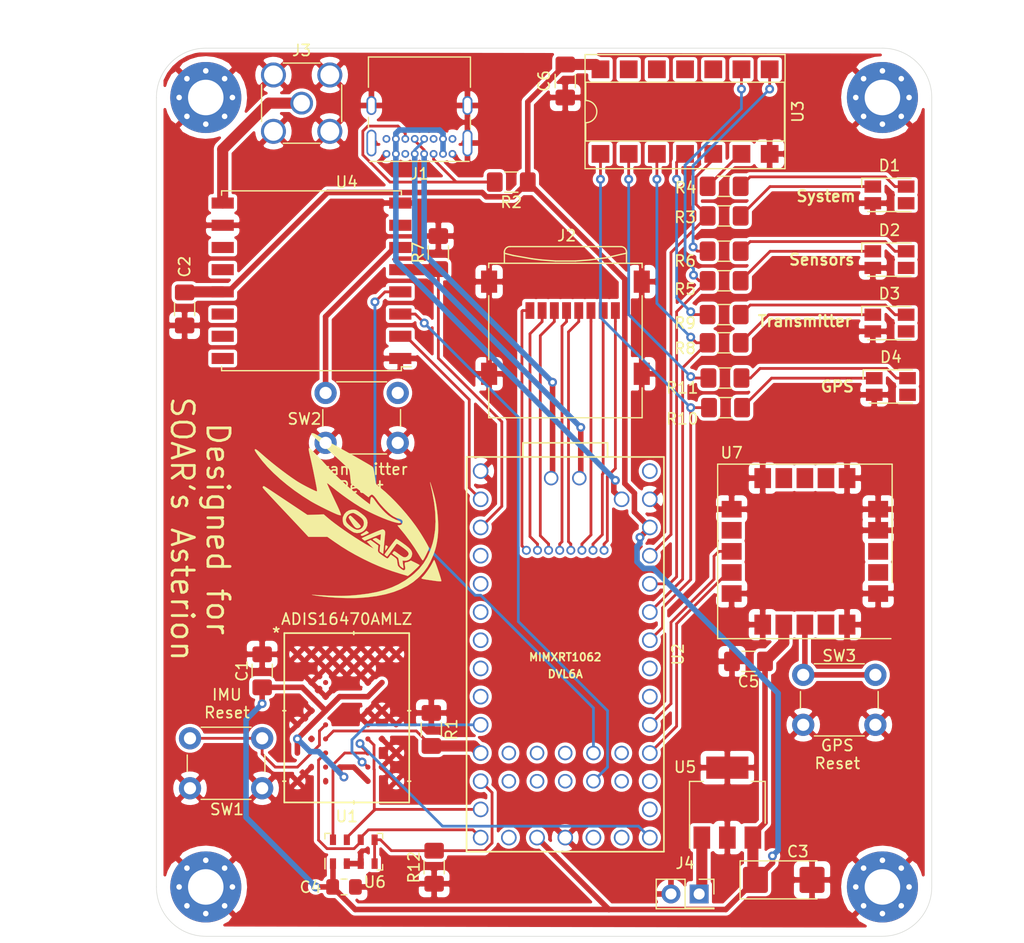
<source format=kicad_pcb>
(kicad_pcb (version 20171130) (host pcbnew 5.1.4)
  (layers (0 F.Cu signal) (31 B.Cu signal) (34 B.Paste user) (35 F.Paste user) (36 B.SilkS user) (37 F.SilkS user) (38 B.Mask user) (39 F.Mask user) (44 Edge.Cuts user))
  (net 0 "")
  (net 1 GND)
  (net 2 +3V3)
  (net 3 "Net-(SW1-Pad2)")
  (net 4 "Net-(SW2-Pad2)")
  (net 5 CS1:2)
  (net 6 SCK1)
  (net 7 MOSI1)
  (net 8 MISO1)
  (net 9 "Net-(U2-Pad18)")
  (net 10 "Net-(U2-Pad19)")
  (net 11 "Net-(U2-Pad15)")
  (net 12 "Net-(U2-Pad21)")
  (net 13 "Net-(U2-Pad22)")
  (net 14 "Net-(U2-Pad25)")
  (net 15 "Net-(U2-Pad26)")
  (net 16 CS1:1)
  (net 17 TX1)
  (net 18 RX1)
  (net 19 "Net-(U2-Pad8)")
  (net 20 MISO2)
  (net 21 MOSI2)
  (net 22 SCK2)
  (net 23 CS2)
  (net 24 "Net-(U2-Pad44)")
  (net 25 "Net-(U2-Pad43)")
  (net 26 "Net-(U2-Pad42)")
  (net 27 "Net-(U2-Pad41)")
  (net 28 "Net-(U2-Pad40)")
  (net 29 "Net-(U2-Pad39)")
  (net 30 "Net-(U2-Pad36)")
  (net 31 "Net-(U2-Pad35)")
  (net 32 SystemStatus)
  (net 33 SensorStatus)
  (net 34 TransmitterStatus)
  (net 35 GPSStatus)
  (net 36 SD_DAT1)
  (net 37 SD_DAT0)
  (net 38 SD_GND)
  (net 39 SD_CLK)
  (net 40 SD_3.3)
  (net 41 SD_CMD)
  (net 42 SD_DAT3)
  (net 43 SD_DAT2)
  (net 44 "Net-(U2-Pad33)")
  (net 45 +BATT)
  (net 46 "Net-(D1-Pad1)")
  (net 47 "Net-(D2-Pad1)")
  (net 48 "Net-(D3-Pad1)")
  (net 49 "Net-(D4-Pad1)")
  (net 50 "Net-(SW3-Pad2)")
  (net 51 IMU_DR)
  (net 52 "Net-(D1-Pad2)")
  (net 53 "Net-(D1-Pad3)")
  (net 54 "Net-(D2-Pad3)")
  (net 55 "Net-(D2-Pad2)")
  (net 56 "Net-(D3-Pad2)")
  (net 57 "Net-(D3-Pad3)")
  (net 58 "Net-(D4-Pad3)")
  (net 59 "Net-(D4-Pad2)")
  (net 60 V_USB)
  (net 61 USB_D+)
  (net 62 USB_D-)
  (net 63 "Net-(U1-PadC3)")
  (net 64 "Net-(U1-PadJ3)")
  (net 65 "Net-(J1-PadA5)")
  (net 66 "Net-(J1-PadA8)")
  (net 67 "Net-(J1-PadB8)")
  (net 68 "Net-(R4-Pad2)")
  (net 69 "Net-(R6-Pad2)")
  (net 70 "Net-(R9-Pad2)")
  (net 71 "Net-(R11-Pad2)")
  (net 72 "Net-(U4-Pad7)")
  (net 73 "Net-(U4-Pad11)")
  (net 74 "Net-(U4-Pad12)")
  (net 75 "Net-(U4-Pad14)")
  (net 76 "Net-(U4-Pad15)")
  (net 77 "Net-(U4-Pad16)")
  (net 78 "Net-(U7-Pad19)")
  (net 79 "Net-(U7-Pad12)")
  (net 80 "Net-(U7-Pad9)")
  (net 81 "Net-(U7-Pad8)")
  (net 82 "Net-(U7-Pad7)")
  (net 83 "Net-(U7-Pad3)")
  (net 84 "Net-(U7-Pad2)")
  (net 85 "Net-(U2-Pad9)")
  (net 86 "Net-(U2-Pad7)")
  (net 87 "Net-(U2-Pad6)")
  (net 88 "Net-(U2-Pad5)")
  (net 89 "Net-(U2-Pad4)")
  (net 90 "Net-(J3-Pad1)")
  (module footprints:logo (layer F.Cu) (at 36.322 114.3 270)
    (fp_text reference Ref** hide)
    (fp_text value Val** hide)
  )
  (module footprints:Teensy40 (layer F.Cu) (at 86.995 94.615 270)
    (fp_text reference U2 (at 0 -10.16 90) (layer F.SilkS))
    (fp_text value Teensy4.0)
    (fp_text user MIMXRT1062 (at 0.254 0) (layer F.SilkS) (effects (font (size 0.7 0.7))))
    (fp_text user DVL6A (at 1.778 0) (layer F.SilkS) (effects (font (size 0.7 0.7))))
    (pad 13 thru_hole circle (at 13.97 7.62 270) (size 1.404 1.404) (drill 1.1) (layers *.Cu *.Mask) (net 7 MOSI1))
    (pad 33 thru_hole circle (at -16.51 -7.62 270) (size 1.404 1.404) (drill 1.1) (layers *.Cu *.Mask) (net 44 "Net-(U2-Pad33)"))
    (pad 34 thru_hole circle (at -13.97 -5.08 270) (size 1.404 1.404) (drill 1.1) (layers *.Cu *.Mask) (net 60 V_USB))
    (pad 32 thru_hole circle (at -13.97 -7.62 270) (size 1.404 1.404) (drill 1.1) (layers *.Cu *.Mask) (net 1 GND))
    (pad 31 thru_hole circle (at -11.43 -7.62 270) (size 1.404 1.404) (drill 1.1) (layers *.Cu *.Mask) (net 2 +3V3))
    (pad 30 thru_hole circle (at -8.89 -7.62 270) (size 1.404 1.404) (drill 1.1) (layers *.Cu *.Mask) (net 32 SystemStatus))
    (pad 29 thru_hole circle (at -6.35 -7.62 270) (size 1.404 1.404) (drill 1.1) (layers *.Cu *.Mask) (net 33 SensorStatus))
    (pad 28 thru_hole circle (at -3.81 -7.62 270) (size 1.404 1.404) (drill 1.1) (layers *.Cu *.Mask) (net 34 TransmitterStatus))
    (pad 27 thru_hole circle (at -1.27 -7.62 270) (size 1.404 1.404) (drill 1.1) (layers *.Cu *.Mask) (net 35 GPSStatus))
    (pad 26 thru_hole circle (at 1.27 -7.62 270) (size 1.404 1.404) (drill 1.1) (layers *.Cu *.Mask) (net 15 "Net-(U2-Pad26)"))
    (pad 25 thru_hole circle (at 3.81 -7.62 270) (size 1.404 1.404) (drill 1.1) (layers *.Cu *.Mask) (net 14 "Net-(U2-Pad25)"))
    (pad 24 thru_hole circle (at 6.35 -7.62 270) (size 1.404 1.404) (drill 1.1) (layers *.Cu *.Mask) (net 17 TX1))
    (pad 23 thru_hole circle (at 8.89 -7.62 270) (size 1.404 1.404) (drill 1.1) (layers *.Cu *.Mask) (net 18 RX1))
    (pad 22 thru_hole circle (at 11.43 -7.62 270) (size 1.404 1.404) (drill 1.1) (layers *.Cu *.Mask) (net 13 "Net-(U2-Pad22)"))
    (pad 21 thru_hole circle (at 13.97 -7.62 270) (size 1.404 1.404) (drill 1.1) (layers *.Cu *.Mask) (net 12 "Net-(U2-Pad21)"))
    (pad 20 thru_hole circle (at 16.51 -7.62 270) (size 1.404 1.404) (drill 1.1) (layers *.Cu *.Mask) (net 6 SCK1))
    (pad 19 thru_hole circle (at 16.51 -5.08 270) (size 1.404 1.404) (drill 1.1) (layers *.Cu *.Mask) (net 10 "Net-(U2-Pad19)"))
    (pad 18 thru_hole circle (at 16.51 -2.54 270) (size 1.404 1.404) (drill 1.1) (layers *.Cu *.Mask) (net 9 "Net-(U2-Pad18)"))
    (pad 17 thru_hole circle (at 16.51 0 270) (size 1.404 1.404) (drill 1.1) (layers *.Cu *.Mask) (net 1 GND))
    (pad 16 thru_hole circle (at 16.51 2.54 270) (size 1.404 1.404) (drill 1.1) (layers *.Cu *.Mask) (net 2 +3V3))
    (pad 15 thru_hole circle (at 16.51 5.08 270) (size 1.404 1.404) (drill 1.1) (layers *.Cu *.Mask) (net 11 "Net-(U2-Pad15)"))
    (pad 14 thru_hole circle (at 16.51 7.62 270) (size 1.404 1.404) (drill 1.1) (layers *.Cu *.Mask) (net 8 MISO1))
    (pad 12 thru_hole circle (at 11.43 7.62 270) (size 1.404 1.404) (drill 1.1) (layers *.Cu *.Mask) (net 16 CS1:1))
    (pad 11 thru_hole circle (at 8.89 7.62 270) (size 1.404 1.404) (drill 1.1) (layers *.Cu *.Mask) (net 5 CS1:2))
    (pad 10 thru_hole circle (at 6.35 7.62 270) (size 1.404 1.404) (drill 1.1) (layers *.Cu *.Mask) (net 51 IMU_DR))
    (pad 9 thru_hole circle (at 3.81 7.62 270) (size 1.404 1.404) (drill 1.1) (layers *.Cu *.Mask) (net 85 "Net-(U2-Pad9)"))
    (pad 8 thru_hole circle (at 1.27 7.62 270) (size 1.404 1.404) (drill 1.1) (layers *.Cu *.Mask) (net 19 "Net-(U2-Pad8)"))
    (pad 7 thru_hole circle (at -1.27 7.62 270) (size 1.404 1.404) (drill 1.1) (layers *.Cu *.Mask) (net 86 "Net-(U2-Pad7)"))
    (pad 6 thru_hole circle (at -3.81 7.62 270) (size 1.404 1.404) (drill 1.1) (layers *.Cu *.Mask) (net 87 "Net-(U2-Pad6)"))
    (pad 5 thru_hole circle (at -6.35 7.62 270) (size 1.404 1.404) (drill 1.1) (layers *.Cu *.Mask) (net 88 "Net-(U2-Pad5)"))
    (pad 4 thru_hole circle (at -8.89 7.62 270) (size 1.404 1.404) (drill 1.1) (layers *.Cu *.Mask) (net 89 "Net-(U2-Pad4)"))
    (pad 3 thru_hole circle (at -11.43 7.62 270) (size 1.404 1.404) (drill 1.1) (layers *.Cu *.Mask) (net 23 CS2))
    (pad 54 thru_hole circle (at -15.875 1.27 270) (size 1.304 1.304) (drill 1) (layers *.Cu *.Mask) (net 61 USB_D+))
    (pad 53 thru_hole circle (at -15.875 -1.27 270) (size 1.304 1.304) (drill 1) (layers *.Cu *.Mask) (net 62 USB_D-))
    (pad 52 thru_hole circle (at -9.3716 3.5 270) (size 0.804 0.804) (drill 0.5) (layers *.Cu *.Mask) (net 43 SD_DAT2))
    (pad 51 thru_hole circle (at -9.3716 2.5 270) (size 0.804 0.804) (drill 0.5) (layers *.Cu *.Mask) (net 42 SD_DAT3))
    (pad 50 thru_hole circle (at -9.3716 1.5 270) (size 0.804 0.804) (drill 0.5) (layers *.Cu *.Mask) (net 41 SD_CMD))
    (pad 49 thru_hole circle (at -9.3716 0.5 270) (size 0.804 0.804) (drill 0.5) (layers *.Cu *.Mask) (net 40 SD_3.3))
    (pad 48 thru_hole circle (at -9.3716 -0.5 270) (size 0.804 0.804) (drill 0.5) (layers *.Cu *.Mask) (net 39 SD_CLK))
    (pad 47 thru_hole circle (at -9.3716 -1.5 270) (size 0.804 0.804) (drill 0.5) (layers *.Cu *.Mask) (net 38 SD_GND))
    (pad 46 thru_hole circle (at -9.3716 -2.5 270) (size 0.804 0.804) (drill 0.5) (layers *.Cu *.Mask) (net 37 SD_DAT0))
    (pad 45 thru_hole circle (at -9.3716 -3.5 270) (size 0.804 0.804) (drill 0.5) (layers *.Cu *.Mask) (net 36 SD_DAT1))
    (pad 44 thru_hole circle (at 8.89 5.08 270) (size 1.304 1.304) (drill 1) (layers *.Cu *.Mask) (net 24 "Net-(U2-Pad44)"))
    (pad 43 thru_hole circle (at 11.43 5.08 270) (size 1.304 1.304) (drill 1) (layers *.Cu *.Mask) (net 25 "Net-(U2-Pad43)"))
    (pad 42 thru_hole circle (at 8.89 2.54 270) (size 1.304 1.304) (drill 1) (layers *.Cu *.Mask) (net 26 "Net-(U2-Pad42)"))
    (pad 41 thru_hole circle (at 11.43 2.54 270) (size 1.304 1.304) (drill 1) (layers *.Cu *.Mask) (net 27 "Net-(U2-Pad41)"))
    (pad 40 thru_hole circle (at 8.89 0 270) (size 1.304 1.304) (drill 1) (layers *.Cu *.Mask) (net 28 "Net-(U2-Pad40)"))
    (pad 39 thru_hole circle (at 11.43 0 270) (size 1.304 1.304) (drill 1) (layers *.Cu *.Mask) (net 29 "Net-(U2-Pad39)"))
    (pad 38 thru_hole circle (at 8.89 -2.54 270) (size 1.304 1.304) (drill 1) (layers *.Cu *.Mask) (net 22 SCK2))
    (pad 37 thru_hole circle (at 11.43 -2.54 270) (size 1.304 1.304) (drill 1) (layers *.Cu *.Mask) (net 21 MOSI2))
    (pad 36 thru_hole circle (at 8.89 -5.08 270) (size 1.304 1.304) (drill 1) (layers *.Cu *.Mask) (net 30 "Net-(U2-Pad36)"))
    (pad 35 thru_hole circle (at 11.43 -5.08 270) (size 1.304 1.304) (drill 1) (layers *.Cu *.Mask) (net 31 "Net-(U2-Pad35)"))
    (pad 2 thru_hole circle (at -13.97 7.62 270) (size 1.404 1.404) (drill 1.1) (layers *.Cu *.Mask) (net 20 MISO2))
    (pad 1 thru_hole circle (at -16.51 7.62 270) (size 1.404 1.404) (drill 1.1) (layers *.Cu *.Mask) (net 1 GND))
  )
  (module Capacitor_Tantalum_SMD:CP_EIA-6032-15_Kemet-U_Pad2.25x2.35mm_HandSolder (layer F.Cu) (at 106.68 114.935)
    (fp_text reference C3 (at 1.27 -2.55) (layer F.SilkS))
    (fp_text value 3.3uF)
    (pad 1 smd roundrect (at -2.55 0) (size 2.25 2.35) (layers F.Cu F.Paste F.Mask) (roundrect_rratio 0.111111) (net 2 +3V3))
    (pad 2 smd roundrect (at 2.55 0) (size 2.25 2.35) (layers F.Cu F.Paste F.Mask) (roundrect_rratio 0.111111) (net 1 GND))
  )
  (module Button_Switch_THT:SW_PUSH_6mm (layer F.Cu) (at 59.69 106.68 180)
    (fp_text reference SW1 (at 3.175 -1.905 180) (layer F.SilkS))
    (fp_text value SW_Push)
    (pad 2 thru_hole circle (at 0 4.5 270) (size 2 2) (drill 1.1) (layers *.Cu *.Mask) (net 3 "Net-(SW1-Pad2)"))
    (pad 1 thru_hole circle (at 0 0 270) (size 2 2) (drill 1.1) (layers *.Cu *.Mask) (net 1 GND))
    (pad 2 thru_hole circle (at 6.5 4.5 270) (size 2 2) (drill 1.1) (layers *.Cu *.Mask) (net 3 "Net-(SW1-Pad2)"))
    (pad 1 thru_hole circle (at 6.5 0 270) (size 2 2) (drill 1.1) (layers *.Cu *.Mask) (net 1 GND))
  )
  (module Connector_Card:microSD_HC_Wuerth_693072010801 (layer F.Cu) (at 87.012 65.192)
    (fp_text reference J2 (at 0.11 -8.296) (layer F.SilkS))
    (fp_text value Micro_SD_Card)
    (pad 9 smd rect (at 6.875 -4.15) (size 1.45 2) (layers F.Cu F.Paste F.Mask) (net 1 GND))
    (pad 9 smd rect (at -6.875 -4.15) (size 1.45 2) (layers F.Cu F.Paste F.Mask) (net 1 GND))
    (pad 9 smd rect (at -6.875 4.15) (size 1.45 2) (layers F.Cu F.Paste F.Mask) (net 1 GND))
    (pad 9 smd rect (at 6.875 4.15) (size 1.45 2) (layers F.Cu F.Paste F.Mask) (net 1 GND))
    (pad 8 smd rect (at 4.5 -1.55) (size 0.8 1.5) (layers F.Cu F.Paste F.Mask) (net 36 SD_DAT1))
    (pad 7 smd rect (at 3.4 -1.55) (size 0.8 1.5) (layers F.Cu F.Paste F.Mask) (net 37 SD_DAT0))
    (pad 6 smd rect (at 2.3 -1.55) (size 0.8 1.5) (layers F.Cu F.Paste F.Mask) (net 38 SD_GND))
    (pad 5 smd rect (at 1.2 -1.55) (size 0.8 1.5) (layers F.Cu F.Paste F.Mask) (net 39 SD_CLK))
    (pad 4 smd rect (at 0.1 -1.55) (size 0.8 1.5) (layers F.Cu F.Paste F.Mask) (net 40 SD_3.3))
    (pad 3 smd rect (at -1 -1.55) (size 0.8 1.5) (layers F.Cu F.Paste F.Mask) (net 41 SD_CMD))
    (pad 2 smd rect (at -2.1 -1.55) (size 0.8 1.5) (layers F.Cu F.Paste F.Mask) (net 42 SD_DAT3))
    (pad 1 smd rect (at -3.2 -1.55) (size 0.8 1.5) (layers F.Cu F.Paste F.Mask) (net 43 SD_DAT2))
  )
  (module Package_LGA:LGA-8_3x5mm_P1.25mm (layer F.Cu) (at 67.945 112.395 90)
    (fp_text reference U6 (at -2.735 1.895 180) (layer F.SilkS))
    (fp_text value MS5607-02BA)
    (pad 4 smd rect (at -1.075 1.875 90) (size 0.95 0.55) (layers F.Cu F.Paste F.Mask) (net 16 CS1:1))
    (pad 1 smd rect (at -1.075 -1.875 90) (size 0.95 0.55) (layers F.Cu F.Paste F.Mask) (net 2 +3V3))
    (pad 2 smd rect (at -1.075 -0.625 90) (size 0.95 0.55) (layers F.Cu F.Paste F.Mask) (net 1 GND))
    (pad 3 smd rect (at -1.075 0.625 90) (size 0.95 0.55) (layers F.Cu F.Paste F.Mask) (net 1 GND))
    (pad 8 smd rect (at 1.075 -1.875 90) (size 0.95 0.55) (layers F.Cu F.Paste F.Mask) (net 6 SCK1))
    (pad 7 smd rect (at 1.075 -0.625 90) (size 0.95 0.55) (layers F.Cu F.Paste F.Mask) (net 7 MOSI1))
    (pad 6 smd rect (at 1.075 0.625 90) (size 0.95 0.55) (layers F.Cu F.Paste F.Mask) (net 8 MISO1))
    (pad 5 smd rect (at 1.075 1.875 90) (size 0.95 0.55) (layers F.Cu F.Paste F.Mask) (net 16 CS1:1))
  )
  (module footprints:ADIS16470AMLZ (layer F.Cu) (at 67.31 100.33)
    (fp_text reference U1 (at 0 8.89) (layer F.SilkS))
    (fp_text value ADIS16470AMLZ (at 0 -8.89) (layer F.SilkS))
    (fp_text user * (at -6.35 -7.62) (layer F.SilkS))
    (pad A1 smd circle (at -4.445 -5.715) (size 0.4572 0.4572) (layers F.Cu F.Paste F.Mask) (net 1 GND))
    (pad A2 smd circle (at -3.175 -5.715) (size 0.4572 0.4572) (layers F.Cu F.Paste F.Mask) (net 1 GND))
    (pad A3 smd circle (at -1.905 -5.715) (size 0.4572 0.4572) (layers F.Cu F.Paste F.Mask) (net 1 GND))
    (pad A4 smd circle (at -0.635 -5.715) (size 0.4572 0.4572) (layers F.Cu F.Paste F.Mask) (net 1 GND))
    (pad A5 smd circle (at 0.635 -5.715) (size 0.4572 0.4572) (layers F.Cu F.Paste F.Mask) (net 1 GND))
    (pad A6 smd circle (at 1.905 -5.715) (size 0.4572 0.4572) (layers F.Cu F.Paste F.Mask) (net 1 GND))
    (pad A7 smd circle (at 3.175 -5.715) (size 0.4572 0.4572) (layers F.Cu F.Paste F.Mask) (net 1 GND))
    (pad A8 smd circle (at 4.445 -5.715) (size 0.4572 0.4572) (layers F.Cu F.Paste F.Mask) (net 1 GND))
    (pad B3 smd circle (at -1.905 -4.445) (size 0.4572 0.4572) (layers F.Cu F.Paste F.Mask) (net 1 GND))
    (pad B4 smd circle (at -0.635 -4.445) (size 0.4572 0.4572) (layers F.Cu F.Paste F.Mask) (net 1 GND))
    (pad B5 smd circle (at 0.635 -4.445) (size 0.4572 0.4572) (layers F.Cu F.Paste F.Mask) (net 1 GND))
    (pad B6 smd circle (at 1.905 -4.445) (size 0.4572 0.4572) (layers F.Cu F.Paste F.Mask) (net 1 GND))
    (pad C2 smd circle (at -3.175 -3.175) (size 0.4572 0.4572) (layers F.Cu F.Paste F.Mask) (net 1 GND))
    (pad C3 smd circle (at -1.905 -3.175) (size 0.4572 0.4572) (layers F.Cu F.Paste F.Mask) (net 63 "Net-(U1-PadC3)"))
    (pad C6 smd circle (at 1.905 -3.175) (size 0.4572 0.4572) (layers F.Cu F.Paste F.Mask) (net 1 GND))
    (pad C7 smd circle (at 3.175 -3.175) (size 0.4572 0.4572) (layers F.Cu F.Paste F.Mask) (net 2 +3V3))
    (pad D3 smd circle (at -1.905 -1.905) (size 0.4572 0.4572) (layers F.Cu F.Paste F.Mask) (net 1 GND))
    (pad D6 smd circle (at 1.905 -1.905) (size 0.4572 0.4572) (layers F.Cu F.Paste F.Mask) (net 2 +3V3))
    (pad E2 smd circle (at -3.175 -0.635) (size 0.4572 0.4572) (layers F.Cu F.Paste F.Mask) (net 1 GND))
    (pad E3 smd circle (at -1.905 -0.635) (size 0.4572 0.4572) (layers F.Cu F.Paste F.Mask) (net 2 +3V3))
    (pad E6 smd circle (at 1.905 -0.635) (size 0.4572 0.4572) (layers F.Cu F.Paste F.Mask) (net 1 GND))
    (pad E7 smd circle (at 3.175 -0.635) (size 0.4572 0.4572) (layers F.Cu F.Paste F.Mask) (net 1 GND))
    (pad F1 smd circle (at -4.445 0.635) (size 0.4572 0.4572) (layers F.Cu F.Paste F.Mask) (net 1 GND))
    (pad F3 smd circle (at -1.905 0.635) (size 0.4572 0.4572) (layers F.Cu F.Paste F.Mask) (net 3 "Net-(SW1-Pad2)"))
    (pad F6 smd circle (at 1.905 0.635) (size 0.4572 0.4572) (layers F.Cu F.Paste F.Mask) (net 1 GND))
    (pad F8 smd circle (at 4.445 0.635) (size 0.4572 0.4572) (layers F.Cu F.Paste F.Mask) (net 1 GND))
    (pad G2 smd circle (at -3.175 1.905) (size 0.4572 0.4572) (layers F.Cu F.Paste F.Mask) (net 1 GND))
    (pad G3 smd circle (at -1.905 1.905) (size 0.4572 0.4572) (layers F.Cu F.Paste F.Mask) (net 5 CS1:2))
    (pad G6 smd circle (at 1.905 1.905) (size 0.4572 0.4572) (layers F.Cu F.Paste F.Mask) (net 7 MOSI1))
    (pad G7 smd circle (at 3.175 1.905) (size 0.4572 0.4572) (layers F.Cu F.Paste F.Mask) (net 1 GND))
    (pad H1 smd circle (at -4.445 3.175) (size 0.4572 0.4572) (layers F.Cu F.Paste F.Mask) (net 2 +3V3))
    (pad H3 smd circle (at -1.905 3.175) (size 0.4572 0.4572) (layers F.Cu F.Paste F.Mask) (net 8 MISO1))
    (pad H6 smd circle (at 1.905 3.175) (size 0.4572 0.4572) (layers F.Cu F.Paste F.Mask) (net 6 SCK1))
    (pad H8 smd circle (at 4.445 3.175) (size 0.4572 0.4572) (layers F.Cu F.Paste F.Mask) (net 1 GND))
    (pad J2 smd circle (at -3.175 4.445) (size 0.4572 0.4572) (layers F.Cu F.Paste F.Mask) (net 1 GND))
    (pad J3 smd circle (at -1.905 4.445) (size 0.4572 0.4572) (layers F.Cu F.Paste F.Mask) (net 64 "Net-(U1-PadJ3)"))
    (pad J4 smd circle (at -0.635 4.445) (size 0.4572 0.4572) (layers F.Cu F.Paste F.Mask) (net 2 +3V3))
    (pad J5 smd circle (at 0.635 4.445) (size 0.4572 0.4572) (layers F.Cu F.Paste F.Mask) (net 2 +3V3))
    (pad J6 smd circle (at 1.905 4.445) (size 0.4572 0.4572) (layers F.Cu F.Paste F.Mask) (net 51 IMU_DR))
    (pad J7 smd circle (at 3.175 4.445) (size 0.4572 0.4572) (layers F.Cu F.Paste F.Mask) (net 1 GND))
    (pad K1 smd circle (at -4.445 5.715) (size 0.4572 0.4572) (layers F.Cu F.Paste F.Mask) (net 1 GND))
    (pad K3 smd circle (at -1.905 5.715) (size 0.4572 0.4572) (layers F.Cu F.Paste F.Mask) (net 1 GND))
    (pad K6 smd circle (at 1.905 5.715) (size 0.4572 0.4572) (layers F.Cu F.Paste F.Mask) (net 2 +3V3))
    (pad K8 smd circle (at 4.445 5.715) (size 0.4572 0.4572) (layers F.Cu F.Paste F.Mask) (net 1 GND))
  )
  (module LED_SMD:LED_Avago_PLCC4_3.2x2.8mm_CW (layer F.Cu) (at 116.205 53.225)
    (fp_text reference D1 (at 0 -2.65) (layer F.SilkS))
    (fp_text value LED_RGBA)
    (pad 4 smd rect (at -1.5 0.75) (size 1.5 1.1) (layers F.Cu F.Paste F.Mask) (net 1 GND))
    (pad 3 smd rect (at 1.5 0.75) (size 1.5 1.1) (layers F.Cu F.Paste F.Mask) (net 53 "Net-(D1-Pad3)"))
    (pad 2 smd rect (at 1.5 -0.75) (size 1.5 1.1) (layers F.Cu F.Paste F.Mask) (net 52 "Net-(D1-Pad2)"))
    (pad 1 smd rect (at -1.5 -0.75) (size 1.5 1.1) (layers F.Cu F.Paste F.Mask) (net 46 "Net-(D1-Pad1)"))
  )
  (module Package_DIP:DIP-14_W7.62mm_SMDSocket_SmallPads (layer F.Cu) (at 97.79 45.72 90)
    (fp_text reference U3 (at 0 10.16 90) (layer F.SilkS))
    (fp_text value 74LS14)
    (pad 1 smd rect (at -3.81 -7.62 90) (size 1.6 1.6) (layers F.Cu F.Paste F.Mask) (net 35 GPSStatus))
    (pad 8 smd rect (at 3.81 7.62 90) (size 1.6 1.6) (layers F.Cu F.Paste F.Mask) (net 69 "Net-(R6-Pad2)"))
    (pad 2 smd rect (at -3.81 -5.08 90) (size 1.6 1.6) (layers F.Cu F.Paste F.Mask) (net 71 "Net-(R11-Pad2)"))
    (pad 9 smd rect (at 3.81 5.08 90) (size 1.6 1.6) (layers F.Cu F.Paste F.Mask) (net 33 SensorStatus))
    (pad 3 smd rect (at -3.81 -2.54 90) (size 1.6 1.6) (layers F.Cu F.Paste F.Mask) (net 34 TransmitterStatus))
    (pad 10 smd rect (at 3.81 2.54 90) (size 1.6 1.6) (layers F.Cu F.Paste F.Mask))
    (pad 4 smd rect (at -3.81 0 90) (size 1.6 1.6) (layers F.Cu F.Paste F.Mask) (net 70 "Net-(R9-Pad2)"))
    (pad 11 smd rect (at 3.81 0 90) (size 1.6 1.6) (layers F.Cu F.Paste F.Mask))
    (pad 5 smd rect (at -3.81 2.54 90) (size 1.6 1.6) (layers F.Cu F.Paste F.Mask) (net 32 SystemStatus))
    (pad 12 smd rect (at 3.81 -2.54 90) (size 1.6 1.6) (layers F.Cu F.Paste F.Mask))
    (pad 6 smd rect (at -3.81 5.08 90) (size 1.6 1.6) (layers F.Cu F.Paste F.Mask) (net 68 "Net-(R4-Pad2)"))
    (pad 13 smd rect (at 3.81 -5.08 90) (size 1.6 1.6) (layers F.Cu F.Paste F.Mask))
    (pad 7 smd rect (at -3.81 7.62 90) (size 1.6 1.6) (layers F.Cu F.Paste F.Mask) (net 1 GND))
    (pad 14 smd rect (at 3.81 -7.62 90) (size 1.6 1.6) (layers F.Cu F.Paste F.Mask) (net 2 +3V3))
  )
  (module Connector_PinSocket_2.54mm:PinSocket_2x01_P2.54mm_Vertical (layer F.Cu) (at 99.06 116.205)
    (fp_text reference J4 (at -1.27 -2.77) (layer F.SilkS))
    (fp_text value Screw_Terminal_01x02)
    (pad 1 thru_hole rect (at 0 0) (size 1.7 1.7) (drill 1) (layers *.Cu *.Mask) (net 45 +BATT))
    (pad 2 thru_hole oval (at -2.54 0) (size 1.7 1.7) (drill 1) (layers *.Cu *.Mask) (net 1 GND))
  )
  (module MountingHole:MountingHole_3.2mm_M3_Pad_Via (layer F.Cu) (at 54.61 44.45)
    (fp_text reference REF** hide)
    (fp_text value MountingHole_3.2mm_M3_Pad_Via)
    (pad 1 thru_hole circle (at 0 0) (size 6.4 6.4) (drill 3.2) (layers *.Cu *.Mask) (net 1 GND))
    (pad 1 thru_hole circle (at 2.4 0) (size 0.8 0.8) (drill 0.5) (layers *.Cu *.Mask))
    (pad 1 thru_hole circle (at 1.697056 1.697056) (size 0.8 0.8) (drill 0.5) (layers *.Cu *.Mask))
    (pad 1 thru_hole circle (at 0 2.4) (size 0.8 0.8) (drill 0.5) (layers *.Cu *.Mask))
    (pad 1 thru_hole circle (at -1.697056 1.697056) (size 0.8 0.8) (drill 0.5) (layers *.Cu *.Mask))
    (pad 1 thru_hole circle (at -2.4 0) (size 0.8 0.8) (drill 0.5) (layers *.Cu *.Mask))
    (pad 1 thru_hole circle (at -1.697056 -1.697056) (size 0.8 0.8) (drill 0.5) (layers *.Cu *.Mask))
    (pad 1 thru_hole circle (at 0 -2.4) (size 0.8 0.8) (drill 0.5) (layers *.Cu *.Mask))
    (pad 1 thru_hole circle (at 1.697056 -1.697056) (size 0.8 0.8) (drill 0.5) (layers *.Cu *.Mask))
  )
  (module MountingHole:MountingHole_3.2mm_M3_Pad_Via (layer F.Cu) (at 54.61 115.57)
    (fp_text reference REF** hide)
    (fp_text value MountingHole_3.2mm_M3_Pad_Via)
    (pad 1 thru_hole circle (at 0 0) (size 6.4 6.4) (drill 3.2) (layers *.Cu *.Mask) (net 1 GND))
    (pad 1 thru_hole circle (at 2.4 0) (size 0.8 0.8) (drill 0.5) (layers *.Cu *.Mask))
    (pad 1 thru_hole circle (at 1.697056 1.697056) (size 0.8 0.8) (drill 0.5) (layers *.Cu *.Mask))
    (pad 1 thru_hole circle (at 0 2.4) (size 0.8 0.8) (drill 0.5) (layers *.Cu *.Mask))
    (pad 1 thru_hole circle (at -1.697056 1.697056) (size 0.8 0.8) (drill 0.5) (layers *.Cu *.Mask))
    (pad 1 thru_hole circle (at -2.4 0) (size 0.8 0.8) (drill 0.5) (layers *.Cu *.Mask))
    (pad 1 thru_hole circle (at -1.697056 -1.697056) (size 0.8 0.8) (drill 0.5) (layers *.Cu *.Mask))
    (pad 1 thru_hole circle (at 0 -2.4) (size 0.8 0.8) (drill 0.5) (layers *.Cu *.Mask))
    (pad 1 thru_hole circle (at 1.697056 -1.697056) (size 0.8 0.8) (drill 0.5) (layers *.Cu *.Mask))
  )
  (module MountingHole:MountingHole_3.2mm_M3_Pad_Via (layer F.Cu) (at 115.57 44.45)
    (fp_text reference REF** hide)
    (fp_text value MountingHole_3.2mm_M3_Pad_Via)
    (pad 1 thru_hole circle (at 0 0) (size 6.4 6.4) (drill 3.2) (layers *.Cu *.Mask) (net 1 GND))
    (pad 1 thru_hole circle (at 2.4 0) (size 0.8 0.8) (drill 0.5) (layers *.Cu *.Mask))
    (pad 1 thru_hole circle (at 1.697056 1.697056) (size 0.8 0.8) (drill 0.5) (layers *.Cu *.Mask))
    (pad 1 thru_hole circle (at 0 2.4) (size 0.8 0.8) (drill 0.5) (layers *.Cu *.Mask))
    (pad 1 thru_hole circle (at -1.697056 1.697056) (size 0.8 0.8) (drill 0.5) (layers *.Cu *.Mask))
    (pad 1 thru_hole circle (at -2.4 0) (size 0.8 0.8) (drill 0.5) (layers *.Cu *.Mask))
    (pad 1 thru_hole circle (at -1.697056 -1.697056) (size 0.8 0.8) (drill 0.5) (layers *.Cu *.Mask))
    (pad 1 thru_hole circle (at 0 -2.4) (size 0.8 0.8) (drill 0.5) (layers *.Cu *.Mask))
    (pad 1 thru_hole circle (at 1.697056 -1.697056) (size 0.8 0.8) (drill 0.5) (layers *.Cu *.Mask))
  )
  (module MountingHole:MountingHole_3.2mm_M3_Pad_Via (layer F.Cu) (at 115.57 115.57)
    (fp_text reference REF** hide)
    (fp_text value MountingHole_3.2mm_M3_Pad_Via)
    (pad 1 thru_hole circle (at 1.697056 -1.697056) (size 0.8 0.8) (drill 0.5) (layers *.Cu *.Mask))
    (pad 1 thru_hole circle (at 0 -2.4) (size 0.8 0.8) (drill 0.5) (layers *.Cu *.Mask))
    (pad 1 thru_hole circle (at -1.697056 -1.697056) (size 0.8 0.8) (drill 0.5) (layers *.Cu *.Mask))
    (pad 1 thru_hole circle (at -2.4 0) (size 0.8 0.8) (drill 0.5) (layers *.Cu *.Mask))
    (pad 1 thru_hole circle (at -1.697056 1.697056) (size 0.8 0.8) (drill 0.5) (layers *.Cu *.Mask))
    (pad 1 thru_hole circle (at 0 2.4) (size 0.8 0.8) (drill 0.5) (layers *.Cu *.Mask))
    (pad 1 thru_hole circle (at 1.697056 1.697056) (size 0.8 0.8) (drill 0.5) (layers *.Cu *.Mask))
    (pad 1 thru_hole circle (at 2.4 0) (size 0.8 0.8) (drill 0.5) (layers *.Cu *.Mask))
    (pad 1 thru_hole circle (at 0 0) (size 6.4 6.4) (drill 3.2) (layers *.Cu *.Mask) (net 1 GND))
  )
  (module RF_Module:HOPERF_RFM9XW_SMD (layer F.Cu) (at 64.135 60.96 180)
    (fp_text reference U4 (at -3.175 8.89) (layer F.SilkS))
    (fp_text value RFM96W-433S2)
    (pad 1 smd rect (at -8 -7 180) (size 2 1) (layers F.Cu F.Paste F.Mask) (net 1 GND))
    (pad 2 smd rect (at -8 -5 180) (size 2 1) (layers F.Cu F.Paste F.Mask) (net 20 MISO2))
    (pad 3 smd rect (at -8 -3 180) (size 2 1) (layers F.Cu F.Paste F.Mask) (net 21 MOSI2))
    (pad 4 smd rect (at -8 -1 180) (size 2 1) (layers F.Cu F.Paste F.Mask) (net 22 SCK2))
    (pad 5 smd rect (at -8 1 180) (size 2 1) (layers F.Cu F.Paste F.Mask) (net 23 CS2))
    (pad 6 smd rect (at -8 3 180) (size 2 1) (layers F.Cu F.Paste F.Mask) (net 4 "Net-(SW2-Pad2)"))
    (pad 7 smd rect (at -8 5 180) (size 2 1) (layers F.Cu F.Paste F.Mask) (net 72 "Net-(U4-Pad7)"))
    (pad 8 smd rect (at -8 7 180) (size 2 1) (layers F.Cu F.Paste F.Mask) (net 1 GND))
    (pad 9 smd rect (at 8 7 180) (size 2 1) (layers F.Cu F.Paste F.Mask) (net 90 "Net-(J3-Pad1)"))
    (pad 10 smd rect (at 8 5 180) (size 2 1) (layers F.Cu F.Paste F.Mask) (net 1 GND))
    (pad 11 smd rect (at 8 3 180) (size 2 1) (layers F.Cu F.Paste F.Mask) (net 73 "Net-(U4-Pad11)"))
    (pad 12 smd rect (at 8 1 180) (size 2 1) (layers F.Cu F.Paste F.Mask) (net 74 "Net-(U4-Pad12)"))
    (pad 13 smd rect (at 8 -1 180) (size 2 1) (layers F.Cu F.Paste F.Mask) (net 2 +3V3))
    (pad 14 smd rect (at 8 -3 180) (size 2 1) (layers F.Cu F.Paste F.Mask) (net 75 "Net-(U4-Pad14)"))
    (pad 15 smd rect (at 8 -5 180) (size 2 1) (layers F.Cu F.Paste F.Mask) (net 76 "Net-(U4-Pad15)"))
    (pad 16 smd rect (at 8 -7 180) (size 2 1) (layers F.Cu F.Paste F.Mask) (net 77 "Net-(U4-Pad16)"))
  )
  (module RF_GPS:ublox_SAM-M8Q (layer F.Cu) (at 108.585 85.34 180)
    (fp_text reference U7 (at 6.6 8.885) (layer F.SilkS))
    (fp_text value ublox_SAM-M8Q)
    (pad 20 smd rect (at -3.8 -6.6 180) (size 1.5 1.8) (layers F.Cu F.Mask) (net 1 GND))
    (pad 19 smd rect (at -1.9 -6.6 180) (size 1.5 1.8) (layers F.Cu F.Mask) (net 78 "Net-(U7-Pad19)"))
    (pad 18 smd rect (at 0 -6.6 180) (size 1.5 1.8) (layers F.Cu F.Mask) (net 50 "Net-(SW3-Pad2)"))
    (pad 17 smd rect (at 1.9 -6.6 180) (size 1.5 1.8) (layers F.Cu F.Mask) (net 2 +3V3))
    (pad 16 smd rect (at 3.8 -6.6 180) (size 1.5 1.8) (layers F.Cu F.Mask) (net 1 GND))
    (pad 15 smd rect (at 6.6 -3.8 180) (size 1.8 1.5) (layers F.Cu F.Mask) (net 1 GND))
    (pad 14 smd rect (at 6.6 -1.9 180) (size 1.8 1.5) (layers F.Cu F.Mask) (net 18 RX1))
    (pad 13 smd rect (at 6.6 0 180) (size 1.8 1.5) (layers F.Cu F.Mask) (net 17 TX1))
    (pad 12 smd rect (at 6.6 1.9 180) (size 1.8 1.5) (layers F.Cu F.Mask) (net 79 "Net-(U7-Pad12)"))
    (pad 11 smd rect (at 6.6 3.8 180) (size 1.8 1.5) (layers F.Cu F.Mask) (net 1 GND))
    (pad 10 smd rect (at 3.8 6.6 180) (size 1.5 1.8) (layers F.Cu F.Mask) (net 1 GND))
    (pad 9 smd rect (at 1.9 6.6 180) (size 1.5 1.8) (layers F.Cu F.Mask) (net 80 "Net-(U7-Pad9)"))
    (pad 8 smd rect (at 0 6.6 180) (size 1.5 1.8) (layers F.Cu F.Mask) (net 81 "Net-(U7-Pad8)"))
    (pad 7 smd rect (at -1.9 6.6 180) (size 1.5 1.8) (layers F.Cu F.Mask) (net 82 "Net-(U7-Pad7)"))
    (pad 6 smd rect (at -3.8 6.6 180) (size 1.5 1.8) (layers F.Cu F.Mask) (net 1 GND))
    (pad 5 smd rect (at -6.6 3.8 180) (size 1.8 1.5) (layers F.Cu F.Mask) (net 1 GND))
    (pad 4 smd rect (at -6.6 1.9 180) (size 1.8 1.5) (layers F.Cu F.Mask) (net 1 GND))
    (pad 3 smd rect (at -6.6 0 180) (size 1.8 1.5) (layers F.Cu F.Mask) (net 83 "Net-(U7-Pad3)"))
    (pad 2 smd rect (at -6.6 -1.9 180) (size 1.8 1.5) (layers F.Cu F.Mask) (net 84 "Net-(U7-Pad2)"))
    (pad 1 smd rect (at -6.6 -3.8 180) (size 1.8 1.5) (layers F.Cu F.Mask) (net 1 GND))
  )
  (module Capacitor_SMD:C_0805_2012Metric_Pad1.15x1.40mm_HandSolder (layer F.Cu) (at 67.065 115.57)
    (fp_text reference C4 (at -3.02514 0.023423) (layer F.SilkS))
    (fp_text value 100nF)
    (pad 1 smd roundrect (at -1.025 0) (size 1.15 1.4) (layers F.Cu F.Paste F.Mask) (roundrect_rratio 0.217391) (net 2 +3V3))
    (pad 2 smd roundrect (at 1.025 0) (size 1.15 1.4) (layers F.Cu F.Paste F.Mask) (roundrect_rratio 0.217391) (net 1 GND))
  )
  (module Button_Switch_THT:SW_PUSH_6mm (layer F.Cu) (at 71.905 75.565 180)
    (fp_text reference SW2 (at 8.405 2.159 180) (layer F.SilkS))
    (fp_text value SW_Push)
    (pad 2 thru_hole circle (at 0 4.5 270) (size 2 2) (drill 1.1) (layers *.Cu *.Mask) (net 4 "Net-(SW2-Pad2)"))
    (pad 1 thru_hole circle (at 0 0 270) (size 2 2) (drill 1.1) (layers *.Cu *.Mask) (net 1 GND))
    (pad 2 thru_hole circle (at 6.5 4.5 270) (size 2 2) (drill 1.1) (layers *.Cu *.Mask) (net 4 "Net-(SW2-Pad2)"))
    (pad 1 thru_hole circle (at 6.5 0 270) (size 2 2) (drill 1.1) (layers *.Cu *.Mask) (net 1 GND))
  )
  (module Button_Switch_THT:SW_PUSH_6mm (layer F.Cu) (at 114.935 100.965 180)
    (fp_text reference SW3 (at 3.25 6.223) (layer F.SilkS))
    (fp_text value SW_Push)
    (pad 1 thru_hole circle (at 6.5 0 270) (size 2 2) (drill 1.1) (layers *.Cu *.Mask) (net 1 GND))
    (pad 2 thru_hole circle (at 6.5 4.5 270) (size 2 2) (drill 1.1) (layers *.Cu *.Mask) (net 50 "Net-(SW3-Pad2)"))
    (pad 1 thru_hole circle (at 0 0 270) (size 2 2) (drill 1.1) (layers *.Cu *.Mask) (net 1 GND))
    (pad 2 thru_hole circle (at 0 4.5 270) (size 2 2) (drill 1.1) (layers *.Cu *.Mask) (net 50 "Net-(SW3-Pad2)"))
  )
  (module Package_TO_SOT_SMD:SOT-223-3_TabPin2 (layer F.Cu) (at 101.6 107.975 90)
    (fp_text reference U5 (at 3.2 -3.81 180) (layer F.SilkS))
    (fp_text value LT1129-3.3_SOT223)
    (pad 2 smd rect (at 3.15 0 90) (size 2 3.8) (layers F.Cu F.Paste F.Mask) (net 1 GND))
    (pad 2 smd rect (at -3.15 0 90) (size 2 1.5) (layers F.Cu F.Paste F.Mask) (net 1 GND))
    (pad 3 smd rect (at -3.15 2.3 90) (size 2 1.5) (layers F.Cu F.Paste F.Mask) (net 2 +3V3))
    (pad 1 smd rect (at -3.15 -2.3 90) (size 2 1.5) (layers F.Cu F.Paste F.Mask) (net 45 +BATT))
  )
  (module Capacitor_SMD:C_1206_3216Metric_Pad1.42x1.75mm_HandSolder (layer F.Cu) (at 59.69 96.1025 90)
    (fp_text reference C1 (at 0 -1.82 90) (layer F.SilkS))
    (fp_text value 100nF)
    (pad 1 smd roundrect (at -1.4875 0 90) (size 1.425 1.75) (layers F.Cu F.Paste F.Mask) (roundrect_rratio 0.175439) (net 2 +3V3))
    (pad 2 smd roundrect (at 1.4875 0 90) (size 1.425 1.75) (layers F.Cu F.Paste F.Mask) (roundrect_rratio 0.175439) (net 1 GND))
  )
  (module Resistor_SMD:R_1206_3216Metric_Pad1.42x1.75mm_HandSolder (layer F.Cu) (at 74.93 101.3825 270)
    (fp_text reference R1 (at 0 -1.82 90) (layer F.SilkS))
    (fp_text value 10k)
    (pad 2 smd roundrect (at 1.4875 0 270) (size 1.425 1.75) (layers F.Cu F.Paste F.Mask) (roundrect_rratio 0.175439) (net 5 CS1:2))
    (pad 1 smd roundrect (at -1.4875 0 270) (size 1.425 1.75) (layers F.Cu F.Paste F.Mask) (roundrect_rratio 0.175439) (net 1 GND))
  )
  (module Resistor_SMD:R_1206_3216Metric_Pad1.42x1.75mm_HandSolder (layer F.Cu) (at 75.565 58.42 90)
    (fp_text reference R7 (at 0 -1.82 90) (layer F.SilkS))
    (fp_text value 10k)
    (pad 1 smd roundrect (at -1.4875 0 90) (size 1.425 1.75) (layers F.Cu F.Paste F.Mask) (roundrect_rratio 0.175439) (net 23 CS2))
    (pad 2 smd roundrect (at 1.4875 0 90) (size 1.425 1.75) (layers F.Cu F.Paste F.Mask) (roundrect_rratio 0.175439) (net 1 GND))
  )
  (module Resistor_SMD:R_1206_3216Metric_Pad1.42x1.75mm_HandSolder (layer F.Cu) (at 75.184 113.792 90)
    (fp_text reference R12 (at 0 -1.82 90) (layer F.SilkS))
    (fp_text value 10k)
    (pad 1 smd roundrect (at -1.4875 0 90) (size 1.425 1.75) (layers F.Cu F.Paste F.Mask) (roundrect_rratio 0.175439) (net 1 GND))
    (pad 2 smd roundrect (at 1.4875 0 90) (size 1.425 1.75) (layers F.Cu F.Paste F.Mask) (roundrect_rratio 0.175439) (net 16 CS1:1))
  )
  (module LED_SMD:LED_Avago_PLCC4_3.2x2.8mm_CW (layer F.Cu) (at 116.205 59.055)
    (fp_text reference D2 (at 0 -2.65) (layer F.SilkS))
    (fp_text value LED_RGBA)
    (pad 4 smd rect (at -1.5 0.75) (size 1.5 1.1) (layers F.Cu F.Paste F.Mask) (net 1 GND))
    (pad 3 smd rect (at 1.5 0.75) (size 1.5 1.1) (layers F.Cu F.Paste F.Mask) (net 54 "Net-(D2-Pad3)"))
    (pad 2 smd rect (at 1.5 -0.75) (size 1.5 1.1) (layers F.Cu F.Paste F.Mask) (net 55 "Net-(D2-Pad2)"))
    (pad 1 smd rect (at -1.5 -0.75) (size 1.5 1.1) (layers F.Cu F.Paste F.Mask) (net 47 "Net-(D2-Pad1)"))
  )
  (module LED_SMD:LED_Avago_PLCC4_3.2x2.8mm_CW (layer F.Cu) (at 116.205 64.77)
    (fp_text reference D3 (at 0 -2.65) (layer F.SilkS))
    (fp_text value LED_RGBA)
    (pad 1 smd rect (at -1.5 -0.75) (size 1.5 1.1) (layers F.Cu F.Paste F.Mask) (net 48 "Net-(D3-Pad1)"))
    (pad 2 smd rect (at 1.5 -0.75) (size 1.5 1.1) (layers F.Cu F.Paste F.Mask) (net 56 "Net-(D3-Pad2)"))
    (pad 3 smd rect (at 1.5 0.75) (size 1.5 1.1) (layers F.Cu F.Paste F.Mask) (net 57 "Net-(D3-Pad3)"))
    (pad 4 smd rect (at -1.5 0.75) (size 1.5 1.1) (layers F.Cu F.Paste F.Mask) (net 1 GND))
  )
  (module LED_SMD:LED_Avago_PLCC4_3.2x2.8mm_CW (layer F.Cu) (at 116.332 70.485)
    (fp_text reference D4 (at 0 -2.65) (layer F.SilkS))
    (fp_text value LED_RGBA)
    (pad 4 smd rect (at -1.5 0.75) (size 1.5 1.1) (layers F.Cu F.Paste F.Mask) (net 1 GND))
    (pad 3 smd rect (at 1.5 0.75) (size 1.5 1.1) (layers F.Cu F.Paste F.Mask) (net 58 "Net-(D4-Pad3)"))
    (pad 2 smd rect (at 1.5 -0.75) (size 1.5 1.1) (layers F.Cu F.Paste F.Mask) (net 59 "Net-(D4-Pad2)"))
    (pad 1 smd rect (at -1.5 -0.75) (size 1.5 1.1) (layers F.Cu F.Paste F.Mask) (net 49 "Net-(D4-Pad1)"))
  )
  (module Connector_USB:USB_C_Receptacle_GCT_USB4085 (layer F.Cu) (at 76.835 49.53 180)
    (fp_text reference J1 (at 2.975 -1.8) (layer F.SilkS))
    (fp_text value USB_C_Receptacle_USB2.0)
    (pad A1 thru_hole circle (at 0 0 180) (size 0.7 0.7) (drill 0.4) (layers *.Cu *.Mask) (net 1 GND))
    (pad A4 thru_hole circle (at 0.85 0 180) (size 0.7 0.7) (drill 0.4) (layers *.Cu *.Mask) (net 60 V_USB))
    (pad A5 thru_hole circle (at 1.7 0 180) (size 0.7 0.7) (drill 0.4) (layers *.Cu *.Mask) (net 65 "Net-(J1-PadA5)"))
    (pad A6 thru_hole circle (at 2.55 0 180) (size 0.7 0.7) (drill 0.4) (layers *.Cu *.Mask) (net 61 USB_D+))
    (pad A7 thru_hole circle (at 3.4 0 180) (size 0.7 0.7) (drill 0.4) (layers *.Cu *.Mask) (net 62 USB_D-))
    (pad A8 thru_hole circle (at 4.25 0 180) (size 0.7 0.7) (drill 0.4) (layers *.Cu *.Mask) (net 66 "Net-(J1-PadA8)"))
    (pad A9 thru_hole circle (at 5.1 0 180) (size 0.7 0.7) (drill 0.4) (layers *.Cu *.Mask) (net 60 V_USB))
    (pad A12 thru_hole circle (at 5.95 0 180) (size 0.7 0.7) (drill 0.4) (layers *.Cu *.Mask) (net 1 GND))
    (pad B9 thru_hole circle (at 0.85 1.35 180) (size 0.7 0.7) (drill 0.4) (layers *.Cu *.Mask) (net 60 V_USB))
    (pad B7 thru_hole circle (at 2.55 1.35 180) (size 0.7 0.7) (drill 0.4) (layers *.Cu *.Mask) (net 62 USB_D-))
    (pad B8 thru_hole circle (at 1.7 1.35 180) (size 0.7 0.7) (drill 0.4) (layers *.Cu *.Mask) (net 67 "Net-(J1-PadB8)"))
    (pad B12 thru_hole circle (at 0 1.35 180) (size 0.7 0.7) (drill 0.4) (layers *.Cu *.Mask) (net 1 GND))
    (pad B5 thru_hole circle (at 4.25 1.35 180) (size 0.7 0.7) (drill 0.4) (layers *.Cu *.Mask) (net 65 "Net-(J1-PadA5)"))
    (pad B4 thru_hole circle (at 5.1 1.35 180) (size 0.7 0.7) (drill 0.4) (layers *.Cu *.Mask) (net 60 V_USB))
    (pad B1 thru_hole circle (at 5.95 1.35 180) (size 0.7 0.7) (drill 0.4) (layers *.Cu *.Mask) (net 1 GND))
    (pad B6 thru_hole circle (at 3.4 1.35 180) (size 0.7 0.7) (drill 0.4) (layers *.Cu *.Mask) (net 61 USB_D+))
    (pad S1 thru_hole oval (at -1.35 0.98 180) (size 0.9 2.4) (drill oval 0.6 2.1) (layers *.Cu *.Mask) (net 1 GND))
    (pad S1 thru_hole oval (at 7.3 0.98 180) (size 0.9 2.4) (drill oval 0.6 2.1) (layers *.Cu *.Mask) (net 1 GND))
    (pad S1 thru_hole oval (at -1.35 4.36 180) (size 0.9 1.7) (drill oval 0.6 1.4) (layers *.Cu *.Mask) (net 1 GND))
    (pad S1 thru_hole oval (at 7.3 4.36 180) (size 0.9 1.7) (drill oval 0.6 1.4) (layers *.Cu *.Mask) (net 1 GND))
  )
  (module Resistor_SMD:R_1206_3216Metric_Pad1.42x1.75mm_HandSolder (layer F.Cu) (at 82.1325 52.07 180)
    (fp_text reference R2 (at 0 -1.82) (layer F.SilkS))
    (fp_text value R)
    (pad 1 smd roundrect (at -1.4875 0 180) (size 1.425 1.75) (layers F.Cu F.Paste F.Mask) (roundrect_rratio 0.175439) (net 2 +3V3))
    (pad 2 smd roundrect (at 1.4875 0 180) (size 1.425 1.75) (layers F.Cu F.Paste F.Mask) (roundrect_rratio 0.175439) (net 65 "Net-(J1-PadA5)"))
  )
  (module Resistor_SMD:R_1206_3216Metric_Pad1.42x1.75mm_HandSolder (layer F.Cu) (at 101.3095 55.118 180)
    (fp_text reference R3 (at 3.5195 -0.127) (layer F.SilkS))
    (fp_text value 51)
    (pad 1 smd roundrect (at -1.4875 0 180) (size 1.425 1.75) (layers F.Cu F.Paste F.Mask) (roundrect_rratio 0.175439) (net 46 "Net-(D1-Pad1)"))
    (pad 2 smd roundrect (at 1.4875 0 180) (size 1.425 1.75) (layers F.Cu F.Paste F.Mask) (roundrect_rratio 0.175439) (net 32 SystemStatus))
  )
  (module Resistor_SMD:R_1206_3216Metric_Pad1.42x1.75mm_HandSolder (layer F.Cu) (at 101.3095 52.451 180)
    (fp_text reference R4 (at 3.4655 -0.127) (layer F.SilkS))
    (fp_text value 10)
    (pad 2 smd roundrect (at 1.4875 0 180) (size 1.425 1.75) (layers F.Cu F.Paste F.Mask) (roundrect_rratio 0.175439) (net 68 "Net-(R4-Pad2)"))
    (pad 1 smd roundrect (at -1.4875 0 180) (size 1.425 1.75) (layers F.Cu F.Paste F.Mask) (roundrect_rratio 0.175439) (net 52 "Net-(D1-Pad2)"))
  )
  (module Resistor_SMD:R_1206_3216Metric_Pad1.42x1.75mm_HandSolder (layer F.Cu) (at 101.3095 60.96 180)
    (fp_text reference R5 (at 3.5195 -0.762) (layer F.SilkS))
    (fp_text value 51)
    (pad 1 smd roundrect (at -1.4875 0 180) (size 1.425 1.75) (layers F.Cu F.Paste F.Mask) (roundrect_rratio 0.175439) (net 47 "Net-(D2-Pad1)"))
    (pad 2 smd roundrect (at 1.4875 0 180) (size 1.425 1.75) (layers F.Cu F.Paste F.Mask) (roundrect_rratio 0.175439) (net 33 SensorStatus))
  )
  (module Resistor_SMD:R_1206_3216Metric_Pad1.42x1.75mm_HandSolder (layer F.Cu) (at 101.3095 58.293 180)
    (fp_text reference R6 (at 3.5195 -0.889) (layer F.SilkS))
    (fp_text value 10)
    (pad 2 smd roundrect (at 1.4875 0 180) (size 1.425 1.75) (layers F.Cu F.Paste F.Mask) (roundrect_rratio 0.175439) (net 69 "Net-(R6-Pad2)"))
    (pad 1 smd roundrect (at -1.4875 0 180) (size 1.425 1.75) (layers F.Cu F.Paste F.Mask) (roundrect_rratio 0.175439) (net 55 "Net-(D2-Pad2)"))
  )
  (module Resistor_SMD:R_1206_3216Metric_Pad1.42x1.75mm_HandSolder (layer F.Cu) (at 101.3095 66.548 180)
    (fp_text reference R8 (at 3.5195 -0.508) (layer F.SilkS))
    (fp_text value 51)
    (pad 1 smd roundrect (at -1.4875 0 180) (size 1.425 1.75) (layers F.Cu F.Paste F.Mask) (roundrect_rratio 0.175439) (net 48 "Net-(D3-Pad1)"))
    (pad 2 smd roundrect (at 1.4875 0 180) (size 1.425 1.75) (layers F.Cu F.Paste F.Mask) (roundrect_rratio 0.175439) (net 34 TransmitterStatus))
  )
  (module Resistor_SMD:R_1206_3216Metric_Pad1.42x1.75mm_HandSolder (layer F.Cu) (at 101.3095 64.008 180)
    (fp_text reference R9 (at 3.5195 -0.762) (layer F.SilkS))
    (fp_text value 10)
    (pad 2 smd roundrect (at 1.4875 0 180) (size 1.425 1.75) (layers F.Cu F.Paste F.Mask) (roundrect_rratio 0.175439) (net 70 "Net-(R9-Pad2)"))
    (pad 1 smd roundrect (at -1.4875 0 180) (size 1.425 1.75) (layers F.Cu F.Paste F.Mask) (roundrect_rratio 0.175439) (net 56 "Net-(D3-Pad2)"))
  )
  (module Resistor_SMD:R_1206_3216Metric_Pad1.42x1.75mm_HandSolder (layer F.Cu) (at 101.4365 72.39 180)
    (fp_text reference R10 (at 3.9005 -1.016) (layer F.SilkS))
    (fp_text value 51)
    (pad 2 smd roundrect (at 1.4875 0 180) (size 1.425 1.75) (layers F.Cu F.Paste F.Mask) (roundrect_rratio 0.175439) (net 35 GPSStatus))
    (pad 1 smd roundrect (at -1.4875 0 180) (size 1.425 1.75) (layers F.Cu F.Paste F.Mask) (roundrect_rratio 0.175439) (net 49 "Net-(D4-Pad1)"))
  )
  (module Resistor_SMD:R_1206_3216Metric_Pad1.42x1.75mm_HandSolder (layer F.Cu) (at 101.3825 69.723 180)
    (fp_text reference R11 (at 3.8465 -0.889) (layer F.SilkS))
    (fp_text value 10)
    (pad 1 smd roundrect (at -1.4875 0 180) (size 1.425 1.75) (layers F.Cu F.Paste F.Mask) (roundrect_rratio 0.175439) (net 59 "Net-(D4-Pad2)"))
    (pad 2 smd roundrect (at 1.4875 0 180) (size 1.425 1.75) (layers F.Cu F.Paste F.Mask) (roundrect_rratio 0.175439) (net 71 "Net-(R11-Pad2)"))
  )
  (module Capacitor_SMD:C_1206_3216Metric_Pad1.42x1.75mm_HandSolder (layer F.Cu) (at 52.705 63.5 270)
    (fp_text reference C2 (at -3.81 0 90) (layer F.SilkS))
    (fp_text value 100nF)
    (pad 2 smd roundrect (at 1.4875 0 270) (size 1.425 1.75) (layers F.Cu F.Paste F.Mask) (roundrect_rratio 0.175439) (net 1 GND))
    (pad 1 smd roundrect (at -1.4875 0 270) (size 1.425 1.75) (layers F.Cu F.Paste F.Mask) (roundrect_rratio 0.175439) (net 2 +3V3))
  )
  (module Capacitor_SMD:C_1206_3216Metric_Pad1.42x1.75mm_HandSolder (layer F.Cu) (at 103.505 95.25 180)
    (fp_text reference C5 (at 0 -1.82) (layer F.SilkS))
    (fp_text value 100nF)
    (pad 1 smd roundrect (at -1.4875 0 180) (size 1.425 1.75) (layers F.Cu F.Paste F.Mask) (roundrect_rratio 0.175439) (net 2 +3V3))
    (pad 2 smd roundrect (at 1.4875 0 180) (size 1.425 1.75) (layers F.Cu F.Paste F.Mask) (roundrect_rratio 0.175439) (net 1 GND))
  )
  (module Capacitor_SMD:C_1206_3216Metric_Pad1.42x1.75mm_HandSolder (layer F.Cu) (at 86.995 42.9625 270)
    (fp_text reference C6 (at 0 1.905 90) (layer F.SilkS))
    (fp_text value 100nF)
    (pad 1 smd roundrect (at -1.4875 0 270) (size 1.425 1.75) (layers F.Cu F.Paste F.Mask) (roundrect_rratio 0.175439) (net 2 +3V3))
    (pad 2 smd roundrect (at 1.4875 0 270) (size 1.425 1.75) (layers F.Cu F.Paste F.Mask) (roundrect_rratio 0.175439) (net 1 GND))
  )
  (module Connector_Coaxial:SMA_Amphenol_132291_Vertical (layer F.Cu) (at 63.246 44.958)
    (fp_text reference J3 (at 0 -4.75) (layer F.SilkS))
    (fp_text value Conn_Coaxial)
    (pad 1 thru_hole circle (at 0 0) (size 2.05 2.05) (drill 1.5) (layers *.Cu *.Mask) (net 90 "Net-(J3-Pad1)"))
    (pad 2 thru_hole circle (at 2.54 2.54) (size 2.25 2.25) (drill 1.7) (layers *.Cu *.Mask) (net 1 GND))
    (pad 2 thru_hole circle (at 2.54 -2.54) (size 2.25 2.25) (drill 1.7) (layers *.Cu *.Mask) (net 1 GND))
    (pad 2 thru_hole circle (at -2.54 -2.54) (size 2.25 2.25) (drill 1.7) (layers *.Cu *.Mask) (net 1 GND))
    (pad 2 thru_hole circle (at -2.54 2.54) (size 2.25 2.25) (drill 1.7) (layers *.Cu *.Mask) (net 1 GND))
  )
  (gr_text "Designed for\nSOAR's Asterion" (at 54.102 83.312 270) (layer F.SilkS) (effects (font (size 2 2) (thickness 0.25))))
  (gr_text "GPS\nReset\n" (at 111.506 103.632) (layer F.SilkS) (effects (font (size 1 1))))
  (gr_text "IMU\nReset\n" (at 56.515 99.06) (layer F.SilkS) (effects (font (size 1 1))))
  (gr_text "Transmitter\nReset\n" (at 68.58 78.74) (layer F.SilkS) (effects (font (size 1 1))))
  (gr_line (start 54.61 40.005) (end 115.57 40.005) (layer Edge.Cuts) (width 0.05))
  (gr_line (start 54.61 120.015) (end 115.57 120.015) (layer Edge.Cuts) (width 0.05))
  (gr_line (start 120.015 115.57) (end 120.015 44.45) (layer Edge.Cuts) (width 0.05))
  (gr_line (start 50.165 44.45) (end 50.165 115.57) (layer Edge.Cuts) (width 0.05))
  (gr_arc (start 115.57 44.45) (end 120.015 44.45) (angle -90) (layer Edge.Cuts) (width 0.05))
  (gr_arc (start 54.61 44.45) (end 54.61 40.005) (angle -90) (layer Edge.Cuts) (width 0.05))
  (gr_arc (start 54.61 115.57) (end 50.165 115.57) (angle -90) (layer Edge.Cuts) (width 0.05))
  (gr_arc (start 115.57 115.57) (end 115.57 120.015) (angle -90) (layer Edge.Cuts) (width 0.05))
  (gr_text "Transmitter\n\n" (at 108.585 65.405) (layer F.SilkS) (effects (font (size 1 1) (thickness 0.2))))
  (gr_text "Sensors \n" (at 110.49 59.055) (layer F.SilkS) (effects (font (size 1 1) (thickness 0.2))))
  (gr_text "GPS " (at 111.887 70.485) (layer F.SilkS) (effects (font (size 1 1) (thickness 0.2))))
  (gr_text "System\n" (at 110.49 53.34) (layer F.SilkS) (effects (font (size 1 1) (thickness 0.2))))
  (segment (start 103.9 111.375) (end 104.265 111.74) (width 0.5) (layer F.Cu) (net 2))
  (segment (start 103.9 111.125) (end 103.9 111.375) (width 0.5) (layer F.Cu) (net 2))
  (segment (start 66.07 115.54) (end 66.04 115.57) (width 0.5) (layer F.Cu) (net 2))
  (segment (start 66.07 113.47) (end 66.07 115.54) (width 0.5) (layer F.Cu) (net 2))
  (segment (start 63.3 97.59) (end 65.405 99.695) (width 0.5) (layer F.Cu) (net 2))
  (segment (start 59.69 97.59) (end 63.3 97.59) (width 0.5) (layer F.Cu) (net 2))
  (segment (start 103.9 114.705) (end 104.13 114.935) (width 1) (layer F.Cu) (net 2))
  (segment (start 103.9 111.125) (end 103.9 114.705) (width 1) (layer F.Cu) (net 2))
  (segment (start 52.7575 61.96) (end 52.705 62.0125) (width 1) (layer F.Cu) (net 2))
  (segment (start 56.135 61.96) (end 52.7575 61.96) (width 1) (layer F.Cu) (net 2))
  (segment (start 89.735 41.475) (end 90.17 41.91) (width 1) (layer F.Cu) (net 2))
  (segment (start 86.995 41.475) (end 89.735 41.475) (width 1) (layer F.Cu) (net 2))
  (segment (start 106.685 93.5575) (end 104.9925 95.25) (width 1) (layer F.Cu) (net 2))
  (segment (start 106.685 91.94) (end 106.685 93.5575) (width 1) (layer F.Cu) (net 2))
  (segment (start 83.62 44.85) (end 83.62 52.07) (width 0.5) (layer F.Cu) (net 2))
  (segment (start 86.995 41.475) (end 83.62 44.85) (width 0.5) (layer F.Cu) (net 2))
  (segment (start 82.848653 52.841347) (end 83.62 52.07) (width 0.5) (layer F.Cu) (net 2))
  (segment (start 79.892544 53.39501) (end 82.29499 53.39501) (width 0.5) (layer F.Cu) (net 2))
  (segment (start 82.29499 53.39501) (end 82.848653 52.841347) (width 0.5) (layer F.Cu) (net 2))
  (segment (start 79.507533 53.009999) (end 79.892544 53.39501) (width 0.5) (layer F.Cu) (net 2))
  (segment (start 65.585001 53.009999) (end 79.507533 53.009999) (width 0.5) (layer F.Cu) (net 2))
  (segment (start 56.635 61.96) (end 65.585001 53.009999) (width 0.5) (layer F.Cu) (net 2))
  (segment (start 56.135 61.96) (end 56.635 61.96) (width 0.5) (layer F.Cu) (net 2))
  (segment (start 93.227001 81.797001) (end 93.913001 82.483001) (width 0.5) (layer F.Cu) (net 2))
  (segment (start 93.227001 80.092039) (end 93.227001 81.797001) (width 0.5) (layer F.Cu) (net 2))
  (segment (start 83.62 52.07) (end 92.362001 60.812001) (width 0.5) (layer F.Cu) (net 2))
  (segment (start 92.362001 60.812001) (end 92.362001 79.227039) (width 0.5) (layer F.Cu) (net 2))
  (segment (start 92.362001 79.227039) (end 93.227001 80.092039) (width 0.5) (layer F.Cu) (net 2))
  (segment (start 93.913001 82.483001) (end 94.615 83.185) (width 0.5) (layer F.Cu) (net 2))
  (segment (start 101.463 117.602) (end 102.984503 116.080497) (width 0.5) (layer F.Cu) (net 2))
  (segment (start 90.932 117.602) (end 101.463 117.602) (width 0.5) (layer F.Cu) (net 2))
  (segment (start 102.984503 116.080497) (end 104.13 114.935) (width 0.5) (layer F.Cu) (net 2))
  (segment (start 84.455 111.125) (end 90.932 117.602) (width 0.5) (layer F.Cu) (net 2))
  (segment (start 104.9925 96.225) (end 104.9925 95.25) (width 0.5) (layer F.Cu) (net 2))
  (segment (start 104.9925 109.7825) (end 104.9925 96.225) (width 0.5) (layer F.Cu) (net 2))
  (segment (start 103.9 110.875) (end 104.9925 109.7825) (width 0.5) (layer F.Cu) (net 2))
  (segment (start 103.9 111.125) (end 103.9 110.875) (width 0.5) (layer F.Cu) (net 2))
  (segment (start 67.945 104.775) (end 69.215 106.045) (width 0.5) (layer F.Cu) (net 2))
  (segment (start 67.945 104.775) (end 66.675 104.775) (width 0.5) (layer F.Cu) (net 2))
  (via (at 67.056 105.664) (size 0.8) (drill 0.4) (layers F.Cu B.Cu) (net 2))
  (segment (start 66.675 104.775) (end 66.675 105.283) (width 0.5) (layer F.Cu) (net 2))
  (segment (start 66.675 105.283) (end 67.056 105.664) (width 0.5) (layer F.Cu) (net 2))
  (segment (start 67.056 105.664) (end 64.77 103.378) (width 0.5) (layer B.Cu) (net 2))
  (via (at 62.865 102.235) (size 0.8) (drill 0.4) (layers F.Cu B.Cu) (net 2))
  (segment (start 64.77 103.378) (end 64.008 103.378) (width 0.5) (layer B.Cu) (net 2))
  (segment (start 64.008 103.378) (end 62.865 102.235) (width 0.5) (layer B.Cu) (net 2))
  (segment (start 62.865 103.505) (end 62.865 102.235) (width 0.5) (layer F.Cu) (net 2))
  (segment (start 62.865 102.235) (end 65.405 99.695) (width 0.5) (layer F.Cu) (net 2))
  (segment (start 65.405 99.695) (end 66.675 98.425) (width 0.5) (layer F.Cu) (net 2))
  (segment (start 66.675 98.425) (end 69.215 98.425) (width 0.5) (layer F.Cu) (net 2))
  (segment (start 69.215 98.425) (end 70.485 97.155) (width 0.5) (layer F.Cu) (net 2))
  (via (at 59.69 99.06) (size 0.8) (drill 0.4) (layers F.Cu B.Cu) (net 2))
  (segment (start 59.69 97.59) (end 59.69 99.06) (width 0.5) (layer F.Cu) (net 2))
  (segment (start 58.239999 100.510001) (end 58.239999 109.293999) (width 0.5) (layer B.Cu) (net 2))
  (segment (start 59.69 99.06) (end 58.239999 100.510001) (width 0.5) (layer B.Cu) (net 2))
  (via (at 64.516 115.57) (size 0.8) (drill 0.4) (layers F.Cu B.Cu) (net 2))
  (segment (start 58.239999 109.293999) (end 64.516 115.57) (width 0.5) (layer B.Cu) (net 2))
  (segment (start 64.516 115.57) (end 66.04 115.57) (width 0.5) (layer F.Cu) (net 2))
  (segment (start 68.072 117.602) (end 90.932 117.602) (width 0.5) (layer F.Cu) (net 2))
  (segment (start 66.04 115.57) (end 68.072 117.602) (width 0.5) (layer F.Cu) (net 2))
  (via (at 93.726 84.074) (size 0.8) (drill 0.4) (layers F.Cu B.Cu) (net 2))
  (segment (start 94.615 83.185) (end 93.726 84.074) (width 0.5) (layer F.Cu) (net 2))
  (segment (start 93.726 84.639685) (end 93.462999 84.902686) (width 0.5) (layer B.Cu) (net 2))
  (segment (start 93.726 84.074) (end 93.726 84.639685) (width 0.5) (layer B.Cu) (net 2))
  (segment (start 94.931963 86.877001) (end 106.172 98.117038) (width 0.5) (layer B.Cu) (net 2))
  (segment (start 94.062039 86.877001) (end 94.931963 86.877001) (width 0.5) (layer B.Cu) (net 2))
  (segment (start 93.462999 84.902686) (end 93.462999 86.277961) (width 0.5) (layer B.Cu) (net 2))
  (segment (start 93.462999 86.277961) (end 94.062039 86.877001) (width 0.5) (layer B.Cu) (net 2))
  (via (at 105.664 112.776) (size 0.8) (drill 0.4) (layers F.Cu B.Cu) (net 2))
  (segment (start 106.172 98.117038) (end 106.172 112.268) (width 0.5) (layer B.Cu) (net 2))
  (segment (start 106.172 112.268) (end 105.664 112.776) (width 0.5) (layer B.Cu) (net 2))
  (segment (start 105.664 113.401) (end 104.13 114.935) (width 0.5) (layer F.Cu) (net 2))
  (segment (start 105.664 112.776) (end 105.664 113.401) (width 0.5) (layer F.Cu) (net 2))
  (segment (start 59.69 102.18) (end 53.19 102.18) (width 0.25) (layer F.Cu) (net 3))
  (segment (start 64.851399 102.788601) (end 64.851399 101.518601) (width 0.25) (layer F.Cu) (net 3))
  (segment (start 59.69 103.594213) (end 60.870787 104.775) (width 0.25) (layer F.Cu) (net 3))
  (segment (start 62.865 104.775) (end 64.851399 102.788601) (width 0.25) (layer F.Cu) (net 3))
  (segment (start 60.870787 104.775) (end 62.865 104.775) (width 0.25) (layer F.Cu) (net 3))
  (segment (start 59.69 102.18) (end 59.69 103.594213) (width 0.25) (layer F.Cu) (net 3))
  (segment (start 64.851399 101.518601) (end 65.405 100.965) (width 0.25) (layer F.Cu) (net 3))
  (segment (start 71.635 57.96) (end 72.135 57.96) (width 0.5) (layer F.Cu) (net 4))
  (segment (start 65.405 64.19) (end 71.635 57.96) (width 0.5) (layer F.Cu) (net 4))
  (segment (start 65.405 71.065) (end 65.405 64.19) (width 0.5) (layer F.Cu) (net 4))
  (segment (start 74.93 102.87) (end 73.578601 101.518601) (width 0.25) (layer F.Cu) (net 5))
  (segment (start 73.578601 101.518601) (end 66.121399 101.518601) (width 0.25) (layer F.Cu) (net 5))
  (segment (start 66.121399 101.518601) (end 65.405 102.235) (width 0.25) (layer F.Cu) (net 5))
  (segment (start 78.74 102.87) (end 79.375 103.505) (width 1) (layer F.Cu) (net 5))
  (segment (start 74.93 102.87) (end 78.74 102.87) (width 1) (layer F.Cu) (net 5))
  (segment (start 67.12567 103.505) (end 68.891711 103.505) (width 0.25) (layer F.Cu) (net 6))
  (segment (start 68.891711 103.505) (end 69.215 103.505) (width 0.25) (layer F.Cu) (net 6))
  (segment (start 66.07 104.56067) (end 67.12567 103.505) (width 0.25) (layer F.Cu) (net 6))
  (segment (start 66.07 111.32) (end 66.07 104.56067) (width 0.25) (layer F.Cu) (net 6))
  (segment (start 75.941166 110.097999) (end 68.504479 102.661312) (width 0.25) (layer B.Cu) (net 6))
  (segment (start 94.615 111.125) (end 93.587999 110.097999) (width 0.25) (layer B.Cu) (net 6))
  (via (at 68.504479 102.661312) (size 0.8) (drill 0.4) (layers F.Cu B.Cu) (net 6))
  (segment (start 93.587999 110.097999) (end 75.941166 110.097999) (width 0.25) (layer B.Cu) (net 6))
  (segment (start 68.504479 102.794479) (end 69.215 103.505) (width 0.25) (layer F.Cu) (net 6))
  (segment (start 68.504479 102.661312) (end 68.504479 102.794479) (width 0.25) (layer F.Cu) (net 6))
  (segment (start 67.32 111.32) (end 67.32 111.12) (width 0.25) (layer F.Cu) (net 7))
  (segment (start 69.855 108.585) (end 67.9475 110.4925) (width 0.25) (layer F.Cu) (net 7))
  (segment (start 67.32 111.12) (end 67.9475 110.4925) (width 0.25) (layer F.Cu) (net 7))
  (segment (start 67.9475 110.4925) (end 69.768601 108.671399) (width 0.25) (layer F.Cu) (net 7))
  (segment (start 69.855 108.585) (end 69.768601 108.671399) (width 0.25) (layer F.Cu) (net 7))
  (segment (start 79.375 108.585) (end 69.855 108.585) (width 0.25) (layer F.Cu) (net 7))
  (segment (start 69.790011 108.649989) (end 69.790011 104.9891) (width 0.25) (layer F.Cu) (net 7))
  (segment (start 69.768601 102.788601) (end 69.443599 102.463599) (width 0.25) (layer F.Cu) (net 7))
  (segment (start 69.768601 108.671399) (end 69.790011 108.649989) (width 0.25) (layer F.Cu) (net 7))
  (segment (start 69.443599 102.463599) (end 69.215 102.235) (width 0.25) (layer F.Cu) (net 7))
  (segment (start 69.768601 104.96769) (end 69.768601 102.788601) (width 0.25) (layer F.Cu) (net 7))
  (segment (start 69.790011 104.9891) (end 69.768601 104.96769) (width 0.25) (layer F.Cu) (net 7))
  (segment (start 67.969999 112.120001) (end 65.534999 112.120001) (width 0.25) (layer F.Cu) (net 8))
  (segment (start 68.57 111.32) (end 68.57 111.52) (width 0.25) (layer F.Cu) (net 8))
  (segment (start 65.534999 112.120001) (end 64.77 111.355002) (width 0.25) (layer F.Cu) (net 8))
  (segment (start 68.57 111.52) (end 67.969999 112.120001) (width 0.25) (layer F.Cu) (net 8))
  (segment (start 64.77 104.14) (end 65.405 103.505) (width 0.25) (layer F.Cu) (net 8))
  (segment (start 64.77 111.355002) (end 64.77 104.14) (width 0.25) (layer F.Cu) (net 8))
  (segment (start 69.266999 110.423001) (end 68.57 111.12) (width 0.25) (layer F.Cu) (net 8))
  (segment (start 78.673001 110.423001) (end 69.266999 110.423001) (width 0.25) (layer F.Cu) (net 8))
  (segment (start 68.57 111.12) (end 68.57 111.32) (width 0.25) (layer F.Cu) (net 8))
  (segment (start 79.375 111.125) (end 78.673001 110.423001) (width 0.25) (layer F.Cu) (net 8))
  (segment (start 69.82 113.47) (end 69.82 111.32) (width 0.25) (layer F.Cu) (net 16))
  (segment (start 71.3295 112.3045) (end 75.184 112.3045) (width 0.25) (layer F.Cu) (net 16))
  (segment (start 69.82 111.32) (end 70.345 111.32) (width 0.25) (layer F.Cu) (net 16))
  (segment (start 70.345 111.32) (end 71.3295 112.3045) (width 0.25) (layer F.Cu) (net 16))
  (segment (start 79.715462 112.3045) (end 75.184 112.3045) (width 0.25) (layer F.Cu) (net 16))
  (segment (start 80.402001 111.617961) (end 79.715462 112.3045) (width 0.25) (layer F.Cu) (net 16))
  (segment (start 79.375 106.045) (end 80.402001 107.072001) (width 0.25) (layer F.Cu) (net 16))
  (segment (start 80.402001 107.072001) (end 80.402001 111.617961) (width 0.25) (layer F.Cu) (net 16))
  (segment (start 95.316999 100.263001) (end 94.615 100.965) (width 0.25) (layer F.Cu) (net 17))
  (segment (start 96.52 99.06) (end 95.316999 100.263001) (width 0.25) (layer F.Cu) (net 17))
  (segment (start 100.399011 87.854576) (end 96.52 91.733586) (width 0.25) (layer F.Cu) (net 17))
  (segment (start 96.52 91.733586) (end 96.52 99.06) (width 0.25) (layer F.Cu) (net 17))
  (segment (start 101.985 85.34) (end 100.835 85.34) (width 0.25) (layer F.Cu) (net 17))
  (segment (start 100.835 85.34) (end 100.399011 85.775989) (width 0.25) (layer F.Cu) (net 17))
  (segment (start 100.399011 85.775989) (end 100.399011 87.854576) (width 0.25) (layer F.Cu) (net 17))
  (segment (start 101.649996 87.24) (end 97.028 91.861996) (width 0.25) (layer F.Cu) (net 18))
  (segment (start 101.985 87.24) (end 101.649996 87.24) (width 0.25) (layer F.Cu) (net 18))
  (segment (start 97.028 101.092) (end 95.316999 102.803001) (width 0.25) (layer F.Cu) (net 18))
  (segment (start 97.028 91.861996) (end 97.028 101.092) (width 0.25) (layer F.Cu) (net 18))
  (segment (start 95.316999 102.803001) (end 94.615 103.505) (width 0.25) (layer F.Cu) (net 18))
  (segment (start 72.635 65.96) (end 72.135 65.96) (width 0.25) (layer F.Cu) (net 20))
  (segment (start 78.347999 71.672999) (end 72.635 65.96) (width 0.25) (layer F.Cu) (net 20))
  (segment (start 78.347999 79.617999) (end 78.347999 71.672999) (width 0.25) (layer F.Cu) (net 20))
  (segment (start 79.375 80.645) (end 78.347999 79.617999) (width 0.25) (layer F.Cu) (net 20))
  (via (at 74.295 64.77) (size 0.8) (drill 0.4) (layers F.Cu B.Cu) (net 21))
  (segment (start 72.135 63.96) (end 73.485 63.96) (width 0.25) (layer F.Cu) (net 21))
  (segment (start 73.485 63.96) (end 74.295 64.77) (width 0.25) (layer F.Cu) (net 21))
  (segment (start 82.767999 73.242999) (end 82.767999 91.657999) (width 0.25) (layer B.Cu) (net 21))
  (segment (start 74.295 64.77) (end 82.767999 73.242999) (width 0.25) (layer B.Cu) (net 21))
  (segment (start 82.767999 91.657999) (end 90.805 99.695) (width 0.25) (layer B.Cu) (net 21))
  (segment (start 90.805 104.775) (end 89.535 106.045) (width 0.25) (layer B.Cu) (net 21))
  (segment (start 90.805 99.695) (end 90.805 104.775) (width 0.25) (layer B.Cu) (net 21))
  (via (at 69.85 62.865) (size 0.8) (drill 0.4) (layers F.Cu B.Cu) (net 22))
  (segment (start 72.135 61.96) (end 70.755 61.96) (width 0.25) (layer F.Cu) (net 22))
  (segment (start 70.755 61.96) (end 69.85 62.865) (width 0.25) (layer F.Cu) (net 22))
  (segment (start 69.85 80.259962) (end 69.85 63.430685) (width 0.25) (layer B.Cu) (net 22))
  (segment (start 69.85 63.430685) (end 69.85 62.865) (width 0.25) (layer B.Cu) (net 22))
  (segment (start 79.381963 89.292001) (end 78.882039 89.292001) (width 0.25) (layer B.Cu) (net 22))
  (segment (start 89.535 99.445038) (end 79.381963 89.292001) (width 0.25) (layer B.Cu) (net 22))
  (segment (start 78.882039 89.292001) (end 69.85 80.259962) (width 0.25) (layer B.Cu) (net 22))
  (segment (start 89.535 103.505) (end 89.535 99.445038) (width 0.25) (layer B.Cu) (net 22))
  (segment (start 75.5125 59.96) (end 75.565 59.9075) (width 1) (layer F.Cu) (net 23))
  (segment (start 72.135 59.96) (end 75.5125 59.96) (width 1) (layer F.Cu) (net 23))
  (segment (start 75.565 59.9075) (end 75.565 67.945) (width 0.25) (layer F.Cu) (net 23))
  (segment (start 75.565 67.945) (end 81.28 73.66) (width 0.25) (layer F.Cu) (net 23))
  (segment (start 81.28 81.28) (end 79.375 83.185) (width 0.25) (layer F.Cu) (net 23))
  (segment (start 81.28 73.66) (end 81.28 81.28) (width 0.25) (layer F.Cu) (net 23))
  (segment (start 99.050653 54.346653) (end 99.822 55.118) (width 0.25) (layer F.Cu) (net 32))
  (segment (start 98.78449 54.08049) (end 99.050653 54.346653) (width 0.25) (layer F.Cu) (net 32))
  (segment (start 98.78449 51.58782) (end 98.78449 54.08049) (width 0.25) (layer F.Cu) (net 32))
  (segment (start 100.33 50.04231) (end 98.78449 51.58782) (width 0.25) (layer F.Cu) (net 32))
  (segment (start 100.33 49.53) (end 100.33 50.04231) (width 0.25) (layer F.Cu) (net 32))
  (segment (start 94.615 85.725) (end 96.52 83.82) (width 0.25) (layer F.Cu) (net 32))
  (segment (start 96.52 58.42) (end 99.822 55.118) (width 0.25) (layer F.Cu) (net 32))
  (segment (start 96.52 83.82) (end 96.52 58.42) (width 0.25) (layer F.Cu) (net 32))
  (segment (start 99.050653 61.731347) (end 99.822 60.96) (width 0.25) (layer F.Cu) (net 33))
  (via (at 98.552 60.452) (size 0.8) (drill 0.4) (layers F.Cu B.Cu) (net 33))
  (segment (start 99.822 60.96) (end 99.06 60.96) (width 0.25) (layer F.Cu) (net 33))
  (segment (start 99.06 60.96) (end 98.552 60.452) (width 0.25) (layer F.Cu) (net 33))
  (segment (start 98.552 59.886315) (end 97.79 59.124315) (width 0.25) (layer B.Cu) (net 33))
  (segment (start 98.552 60.452) (end 98.552 59.886315) (width 0.25) (layer B.Cu) (net 33))
  (segment (start 97.79 59.124315) (end 97.79 50.546) (width 0.25) (layer B.Cu) (net 33))
  (segment (start 97.79 50.546) (end 102.87 45.466) (width 0.25) (layer B.Cu) (net 33))
  (via (at 102.87 43.688) (size 0.8) (drill 0.4) (layers F.Cu B.Cu) (net 33))
  (segment (start 102.87 45.466) (end 102.87 43.688) (width 0.25) (layer B.Cu) (net 33))
  (segment (start 102.87 43.688) (end 102.87 41.91) (width 0.25) (layer F.Cu) (net 33))
  (segment (start 94.615 88.265) (end 96.393 88.265) (width 0.25) (layer F.Cu) (net 33))
  (segment (start 97.028 87.63) (end 97.028 63.754) (width 0.25) (layer F.Cu) (net 33))
  (segment (start 96.393 88.265) (end 97.028 87.63) (width 0.25) (layer F.Cu) (net 33))
  (segment (start 97.028 63.754) (end 99.050653 61.731347) (width 0.25) (layer F.Cu) (net 33))
  (segment (start 99.822 66.548) (end 98.806 66.548) (width 0.25) (layer F.Cu) (net 34))
  (via (at 98.298 66.04) (size 0.8) (drill 0.4) (layers F.Cu B.Cu) (net 34))
  (segment (start 98.806 66.548) (end 98.298 66.04) (width 0.25) (layer F.Cu) (net 34))
  (segment (start 98.298 66.04) (end 95.25 62.992) (width 0.25) (layer B.Cu) (net 34))
  (via (at 95.25 51.816) (size 0.8) (drill 0.4) (layers F.Cu B.Cu) (net 34))
  (segment (start 95.25 62.992) (end 95.25 51.816) (width 0.25) (layer B.Cu) (net 34))
  (segment (start 95.25 51.816) (end 95.25 49.53) (width 0.25) (layer F.Cu) (net 34))
  (segment (start 99.050653 67.319347) (end 99.822 66.548) (width 0.25) (layer F.Cu) (net 34))
  (segment (start 94.615 90.805) (end 97.572998 87.847002) (width 0.25) (layer F.Cu) (net 34))
  (segment (start 97.572998 68.797002) (end 99.050653 67.319347) (width 0.25) (layer F.Cu) (net 34))
  (segment (start 97.572998 87.847002) (end 97.572998 68.797002) (width 0.25) (layer F.Cu) (net 34))
  (via (at 98.298 72.39) (size 0.8) (drill 0.4) (layers F.Cu B.Cu) (net 35))
  (segment (start 99.949 72.39) (end 98.298 72.39) (width 0.25) (layer F.Cu) (net 35))
  (segment (start 98.298 72.39) (end 90.17 64.262) (width 0.25) (layer B.Cu) (net 35))
  (via (at 90.17 51.816) (size 0.8) (drill 0.4) (layers F.Cu B.Cu) (net 35))
  (segment (start 90.17 64.262) (end 90.17 51.816) (width 0.25) (layer B.Cu) (net 35))
  (segment (start 90.17 51.816) (end 90.17 49.53) (width 0.25) (layer F.Cu) (net 35))
  (segment (start 98.298 72.39) (end 98.298 87.884) (width 0.25) (layer F.Cu) (net 35))
  (segment (start 98.298 87.884) (end 95.758 90.424) (width 0.25) (layer F.Cu) (net 35))
  (segment (start 95.758 92.202) (end 94.615 93.345) (width 0.25) (layer F.Cu) (net 35))
  (segment (start 95.758 90.424) (end 95.758 92.202) (width 0.25) (layer F.Cu) (net 35))
  (segment (start 91.512 77.865929) (end 91.512 64.642) (width 0.25) (layer F.Cu) (net 36))
  (segment (start 90.495 85.2434) (end 90.495 84.674887) (width 0.25) (layer F.Cu) (net 36))
  (segment (start 90.78699 84.382897) (end 90.78699 78.590939) (width 0.25) (layer F.Cu) (net 36))
  (segment (start 91.512 64.642) (end 91.512 63.642) (width 0.25) (layer F.Cu) (net 36))
  (segment (start 90.495 84.674887) (end 90.78699 84.382897) (width 0.25) (layer F.Cu) (net 36))
  (segment (start 90.78699 78.590939) (end 91.512 77.865929) (width 0.25) (layer F.Cu) (net 36))
  (segment (start 89.495 84.674887) (end 90.336979 83.832908) (width 0.25) (layer F.Cu) (net 37))
  (segment (start 89.495 85.2434) (end 89.495 84.674887) (width 0.25) (layer F.Cu) (net 37))
  (segment (start 90.412 64.642) (end 90.412 63.642) (width 0.25) (layer F.Cu) (net 37))
  (segment (start 90.412 78.329518) (end 90.412 64.642) (width 0.25) (layer F.Cu) (net 37))
  (segment (start 90.336979 78.404539) (end 90.412 78.329518) (width 0.25) (layer F.Cu) (net 37))
  (segment (start 90.336979 83.832908) (end 90.336979 78.404539) (width 0.25) (layer F.Cu) (net 37))
  (segment (start 89.312 64.642) (end 89.312 63.642) (width 0.25) (layer F.Cu) (net 38))
  (segment (start 89.312 83.857887) (end 89.312 64.642) (width 0.25) (layer F.Cu) (net 38))
  (segment (start 88.495 84.674887) (end 89.312 83.857887) (width 0.25) (layer F.Cu) (net 38))
  (segment (start 88.495 85.2434) (end 88.495 84.674887) (width 0.25) (layer F.Cu) (net 38))
  (segment (start 87.287999 65.566001) (end 88.212 64.642) (width 0.25) (layer F.Cu) (net 39))
  (segment (start 87.287999 84.467886) (end 87.287999 65.566001) (width 0.25) (layer F.Cu) (net 39))
  (segment (start 87.495 84.674887) (end 87.287999 84.467886) (width 0.25) (layer F.Cu) (net 39))
  (segment (start 88.212 64.642) (end 88.212 63.642) (width 0.25) (layer F.Cu) (net 39))
  (segment (start 87.495 85.2434) (end 87.495 84.674887) (width 0.25) (layer F.Cu) (net 39))
  (segment (start 87.112 64.642) (end 87.112 63.642) (width 0.25) (layer F.Cu) (net 40))
  (segment (start 86.702001 65.051999) (end 87.112 64.642) (width 0.25) (layer F.Cu) (net 40))
  (segment (start 86.702001 84.467886) (end 86.702001 65.051999) (width 0.25) (layer F.Cu) (net 40))
  (segment (start 86.495 84.674887) (end 86.702001 84.467886) (width 0.25) (layer F.Cu) (net 40))
  (segment (start 86.495 85.2434) (end 86.495 84.674887) (width 0.25) (layer F.Cu) (net 40))
  (segment (start 84.747999 65.906001) (end 86.012 64.642) (width 0.25) (layer F.Cu) (net 41))
  (segment (start 86.012 64.642) (end 86.012 63.642) (width 0.25) (layer F.Cu) (net 41))
  (segment (start 84.747999 83.927886) (end 84.747999 65.906001) (width 0.25) (layer F.Cu) (net 41))
  (segment (start 85.495 84.674887) (end 84.747999 83.927886) (width 0.25) (layer F.Cu) (net 41))
  (segment (start 85.495 85.2434) (end 85.495 84.674887) (width 0.25) (layer F.Cu) (net 41))
  (segment (start 84.495 84.674887) (end 83.82 83.999887) (width 0.25) (layer F.Cu) (net 42))
  (segment (start 84.495 85.2434) (end 84.495 84.674887) (width 0.25) (layer F.Cu) (net 42))
  (segment (start 84.912 63.642) (end 84.912 64.642) (width 0.25) (layer F.Cu) (net 42))
  (segment (start 84.912 64.642) (end 83.82 65.734) (width 0.25) (layer F.Cu) (net 42))
  (segment (start 83.82 65.734) (end 83.82 83.999887) (width 0.25) (layer F.Cu) (net 42))
  (segment (start 83.093001 63.710999) (end 83.162 63.642) (width 0.25) (layer F.Cu) (net 43))
  (segment (start 83.495 85.2434) (end 83.093001 84.841401) (width 0.25) (layer F.Cu) (net 43))
  (segment (start 83.093001 84.841401) (end 83.093001 63.710999) (width 0.25) (layer F.Cu) (net 43))
  (segment (start 83.162 63.642) (end 83.812 63.642) (width 0.25) (layer F.Cu) (net 43))
  (segment (start 99.3 115.965) (end 99.06 116.205) (width 1) (layer F.Cu) (net 45))
  (segment (start 99.3 111.125) (end 99.3 115.965) (width 1) (layer F.Cu) (net 45))
  (segment (start 105.44 52.475) (end 114.705 52.475) (width 0.25) (layer F.Cu) (net 46))
  (segment (start 102.797 55.118) (end 105.44 52.475) (width 0.25) (layer F.Cu) (net 46))
  (segment (start 105.452 58.305) (end 114.705 58.305) (width 0.25) (layer F.Cu) (net 47))
  (segment (start 102.797 60.96) (end 105.452 58.305) (width 0.25) (layer F.Cu) (net 47))
  (segment (start 105.325 64.02) (end 114.705 64.02) (width 0.25) (layer F.Cu) (net 48))
  (segment (start 102.797 66.548) (end 105.325 64.02) (width 0.25) (layer F.Cu) (net 48))
  (segment (start 105.579 69.735) (end 102.924 72.39) (width 0.25) (layer F.Cu) (net 49))
  (segment (start 114.832 69.735) (end 105.579 69.735) (width 0.25) (layer F.Cu) (net 49))
  (segment (start 108.585 96.315) (end 108.435 96.465) (width 0.5) (layer F.Cu) (net 50))
  (segment (start 108.585 91.94) (end 108.585 96.315) (width 0.5) (layer F.Cu) (net 50))
  (segment (start 108.435 96.465) (end 114.935 96.465) (width 0.5) (layer F.Cu) (net 50))
  (segment (start 69.215 104.775) (end 68.759728 104.319728) (width 0.25) (layer F.Cu) (net 51))
  (segment (start 68.759728 104.319728) (end 68.691824 104.319728) (width 0.25) (layer F.Cu) (net 51))
  (via (at 68.691824 104.319728) (size 0.8) (drill 0.4) (layers F.Cu B.Cu) (net 51))
  (segment (start 79.375 100.965) (end 69.127787 100.965) (width 0.25) (layer B.Cu) (net 51))
  (segment (start 68.291825 103.919729) (end 68.691824 104.319728) (width 0.25) (layer B.Cu) (net 51))
  (segment (start 67.779477 103.407381) (end 68.291825 103.919729) (width 0.25) (layer B.Cu) (net 51))
  (segment (start 67.779477 102.31331) (end 67.779477 103.407381) (width 0.25) (layer B.Cu) (net 51))
  (segment (start 69.127787 100.965) (end 67.779477 102.31331) (width 0.25) (layer B.Cu) (net 51))
  (segment (start 116.705 52.475) (end 117.705 52.475) (width 0.25) (layer F.Cu) (net 52))
  (segment (start 103.648001 51.599999) (end 115.829999 51.599999) (width 0.25) (layer F.Cu) (net 52))
  (segment (start 115.829999 51.599999) (end 116.705 52.475) (width 0.25) (layer F.Cu) (net 52))
  (segment (start 102.797 52.451) (end 103.648001 51.599999) (width 0.25) (layer F.Cu) (net 52))
  (segment (start 116.705 58.305) (end 117.705 58.305) (width 0.25) (layer F.Cu) (net 55))
  (segment (start 103.660001 57.429999) (end 115.829999 57.429999) (width 0.25) (layer F.Cu) (net 55))
  (segment (start 115.829999 57.429999) (end 116.705 58.305) (width 0.25) (layer F.Cu) (net 55))
  (segment (start 102.797 58.293) (end 103.660001 57.429999) (width 0.25) (layer F.Cu) (net 55))
  (segment (start 103.660001 63.144999) (end 115.829999 63.144999) (width 0.25) (layer F.Cu) (net 56))
  (segment (start 116.705 64.02) (end 117.705 64.02) (width 0.25) (layer F.Cu) (net 56))
  (segment (start 115.829999 63.144999) (end 116.705 64.02) (width 0.25) (layer F.Cu) (net 56))
  (segment (start 102.797 64.008) (end 103.660001 63.144999) (width 0.25) (layer F.Cu) (net 56))
  (segment (start 116.832 69.735) (end 117.832 69.735) (width 0.25) (layer F.Cu) (net 59))
  (segment (start 115.956999 68.859999) (end 116.832 69.735) (width 0.25) (layer F.Cu) (net 59))
  (segment (start 104.545501 68.859999) (end 115.956999 68.859999) (width 0.25) (layer F.Cu) (net 59))
  (segment (start 103.6825 69.723) (end 104.545501 68.859999) (width 0.25) (layer F.Cu) (net 59))
  (segment (start 102.87 69.723) (end 103.6825 69.723) (width 0.25) (layer F.Cu) (net 59))
  (segment (start 91.373001 79.943001) (end 91.373001 79.07793) (width 0.5) (layer F.Cu) (net 60))
  (segment (start 91.373001 79.07793) (end 91.511991 78.93894) (width 0.5) (layer F.Cu) (net 60))
  (via (at 91.511991 78.93894) (size 0.8) (drill 0.4) (layers F.Cu B.Cu) (net 60))
  (segment (start 92.075 80.645) (end 91.373001 79.943001) (width 0.5) (layer F.Cu) (net 60))
  (segment (start 71.735 47.685026) (end 71.735 48.18) (width 0.5) (layer B.Cu) (net 60))
  (segment (start 72.040027 47.379999) (end 71.735 47.685026) (width 0.5) (layer B.Cu) (net 60))
  (segment (start 75.679973 47.379999) (end 72.040027 47.379999) (width 0.5) (layer B.Cu) (net 60))
  (segment (start 75.985 47.685026) (end 75.679973 47.379999) (width 0.5) (layer B.Cu) (net 60))
  (segment (start 75.985 48.18) (end 75.985 47.685026) (width 0.5) (layer B.Cu) (net 60))
  (segment (start 71.735 48.18) (end 71.735 49.53) (width 0.5) (layer B.Cu) (net 60))
  (segment (start 75.985 48.18) (end 75.985 49.53) (width 0.5) (layer B.Cu) (net 60))
  (segment (start 71.735 49.53) (end 71.735 59.161949) (width 0.5) (layer B.Cu) (net 60))
  (segment (start 91.111992 78.538941) (end 91.511991 78.93894) (width 0.5) (layer B.Cu) (net 60))
  (segment (start 71.735 59.161949) (end 91.111992 78.538941) (width 0.5) (layer B.Cu) (net 60))
  (segment (start 74.285 49.179002) (end 74.285 49.53) (width 0.25) (layer F.Cu) (net 61))
  (segment (start 73.435 48.329002) (end 74.285 49.179002) (width 0.25) (layer F.Cu) (net 61))
  (segment (start 73.435 48.18) (end 73.435 48.329002) (width 0.25) (layer F.Cu) (net 61))
  (segment (start 74.285 49.53) (end 74.285 58.537) (width 0.5) (layer B.Cu) (net 61))
  (via (at 85.852 70.104) (size 0.8) (drill 0.4) (layers F.Cu B.Cu) (net 61))
  (segment (start 74.285 58.537) (end 85.852 70.104) (width 0.5) (layer B.Cu) (net 61))
  (segment (start 85.852 78.613) (end 85.725 78.74) (width 0.5) (layer F.Cu) (net 61))
  (segment (start 85.852 70.104) (end 85.852 78.613) (width 0.5) (layer F.Cu) (net 61))
  (segment (start 74.285 48.329002) (end 73.435 49.179002) (width 0.25) (layer B.Cu) (net 62))
  (segment (start 73.435 49.179002) (end 73.435 49.53) (width 0.25) (layer B.Cu) (net 62))
  (segment (start 74.285 48.18) (end 74.285 48.329002) (width 0.25) (layer B.Cu) (net 62))
  (via (at 88.392 74.168) (size 0.8) (drill 0.4) (layers F.Cu B.Cu) (net 62))
  (segment (start 73.435 49.53) (end 73.435 59.211) (width 0.5) (layer B.Cu) (net 62))
  (segment (start 73.435 59.211) (end 88.392 74.168) (width 0.5) (layer B.Cu) (net 62))
  (segment (start 88.392 78.613) (end 88.265 78.74) (width 0.5) (layer F.Cu) (net 62))
  (segment (start 88.392 74.168) (end 88.392 78.613) (width 0.5) (layer F.Cu) (net 62))
  (segment (start 71.208971 52.07) (end 79.8325 52.07) (width 0.25) (layer F.Cu) (net 65))
  (segment (start 68.75999 49.621019) (end 71.208971 52.07) (width 0.25) (layer F.Cu) (net 65))
  (segment (start 68.75999 47.478981) (end 68.75999 49.621019) (width 0.25) (layer F.Cu) (net 65))
  (segment (start 69.213981 47.02499) (end 68.75999 47.478981) (width 0.25) (layer F.Cu) (net 65))
  (segment (start 71.924964 47.02499) (end 69.213981 47.02499) (width 0.25) (layer F.Cu) (net 65))
  (segment (start 72.585 47.685026) (end 71.924964 47.02499) (width 0.25) (layer F.Cu) (net 65))
  (segment (start 72.585 48.18) (end 72.585 47.685026) (width 0.25) (layer F.Cu) (net 65))
  (segment (start 77.180026 52.07) (end 79.8325 52.07) (width 0.25) (layer F.Cu) (net 65))
  (segment (start 79.8325 52.07) (end 80.645 52.07) (width 0.25) (layer F.Cu) (net 65))
  (segment (start 75.135 50.024974) (end 77.180026 52.07) (width 0.25) (layer F.Cu) (net 65))
  (segment (start 75.135 49.53) (end 75.135 50.024974) (width 0.25) (layer F.Cu) (net 65))
  (segment (start 102.743 49.53) (end 102.87 49.53) (width 0.25) (layer F.Cu) (net 68))
  (segment (start 99.822 52.451) (end 102.743 49.53) (width 0.25) (layer F.Cu) (net 68))
  (via (at 105.41 43.688) (size 0.8) (drill 0.4) (layers F.Cu B.Cu) (net 69))
  (segment (start 105.41 43.688) (end 105.41 41.91) (width 0.25) (layer F.Cu) (net 69))
  (segment (start 105.41 43.688) (end 98.51501 50.58299) (width 0.25) (layer B.Cu) (net 69))
  (segment (start 98.51501 50.58299) (end 98.51501 57.346315) (width 0.25) (layer B.Cu) (net 69))
  (segment (start 98.89601 58.293) (end 98.51501 57.912) (width 0.25) (layer F.Cu) (net 69))
  (segment (start 99.822 58.293) (end 98.89601 58.293) (width 0.25) (layer F.Cu) (net 69))
  (via (at 98.51501 57.912) (size 0.8) (drill 0.4) (layers F.Cu B.Cu) (net 69))
  (segment (start 98.51501 57.346315) (end 98.51501 57.912) (width 0.25) (layer B.Cu) (net 69))
  (via (at 98.298 63.754) (size 0.8) (drill 0.4) (layers F.Cu B.Cu) (net 70))
  (segment (start 99.822 64.008) (end 98.552 64.008) (width 0.25) (layer F.Cu) (net 70))
  (segment (start 98.552 64.008) (end 98.298 63.754) (width 0.25) (layer F.Cu) (net 70))
  (segment (start 98.298 63.754) (end 97.028 62.484) (width 0.25) (layer B.Cu) (net 70))
  (via (at 97.028 51.816) (size 0.8) (drill 0.4) (layers F.Cu B.Cu) (net 70))
  (segment (start 97.028 62.484) (end 97.028 51.816) (width 0.25) (layer B.Cu) (net 70))
  (segment (start 97.028 50.292) (end 97.79 49.53) (width 0.25) (layer F.Cu) (net 70))
  (segment (start 97.028 51.816) (end 97.028 50.292) (width 0.25) (layer F.Cu) (net 70))
  (segment (start 98.425 69.723) (end 98.298 69.596) (width 0.25) (layer F.Cu) (net 71))
  (segment (start 99.895 69.723) (end 98.425 69.723) (width 0.25) (layer F.Cu) (net 71))
  (via (at 98.298 69.596) (size 0.8) (drill 0.4) (layers F.Cu B.Cu) (net 71))
  (segment (start 98.298 69.596) (end 92.71 64.008) (width 0.25) (layer B.Cu) (net 71))
  (via (at 92.71 51.816) (size 0.8) (drill 0.4) (layers F.Cu B.Cu) (net 71))
  (segment (start 92.71 64.008) (end 92.71 51.816) (width 0.25) (layer B.Cu) (net 71))
  (segment (start 92.71 51.816) (end 92.71 49.53) (width 0.25) (layer F.Cu) (net 71))
  (segment (start 60.290998 44.958) (end 63.246 44.958) (width 1) (layer F.Cu) (net 90))
  (segment (start 56.135 53.96) (end 56.135 49.113998) (width 1) (layer F.Cu) (net 90))
  (segment (start 56.135 49.113998) (end 60.290998 44.958) (width 1) (layer F.Cu) (net 90))
  (zone (net 1) (net_name GND) (layer F.Cu) (connect_pads (clearance 0.3)) (min_thickness 0.254) (fill yes (arc_segments 32) (thermal_gap 0.508) (thermal_bridge_width 0.508))
    (polygon (pts (xy 119.38 119.234264) (xy 119.38 40.494264) (xy 50.8 40.386) (xy 50.8 119.126)))
  )
)
</source>
